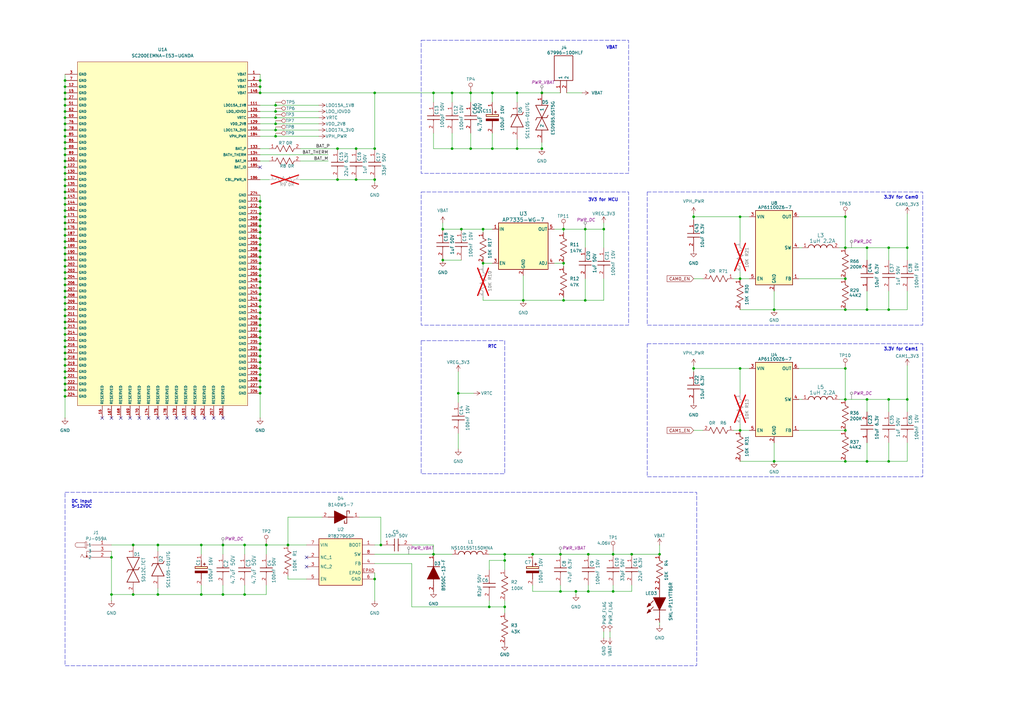
<source format=kicad_sch>
(kicad_sch (version 20250114) (generator "eeschema") (generator_version "9.0")
  (paper "A3")
  (title_block (title "Power") (date "2025-10-07") (rev "v1.0") (company "Author: Mehmet Cihangir") (comment 1 "CamTracker"))
  (lib_symbols
    (symbol "000MCLib:67996-100HLF"
      (property "Reference" "J" (at -5.334 5.588 0))
      (property "Value" "67996-100HLF" (at -5.334 -4.572 0))
      (symbol "67996-100HLF_1_1"
        (pin passive line (at -10.16 1.27 0) (length 5.08) (name "1") (number "1"))
        (pin passive line (at -10.16 -1.27 0) (length 5.08) (name "2") (number "2"))
      )
    )
    (symbol "000MCLib:74404024010" (pin_names (offset 0.254) (hide yes))
      (property "Reference" "L2" (at 0 5.08 0))
      (property "Value" "74404024010" (at 0.762 2.794 0))
      (symbol "74404024010_1_1"
        (pin passive line (at -7.62 0 0) (length 2.54) (name "1") (number "1"))
        (pin passive line (at 7.62 0 180) (length 2.54) (name "2") (number "2"))
      )
      (symbol "74404024010_1_2"
        (pin unspecified line (at 0 15.24 270) (length 2.54) (name "1") (number "1"))
        (pin unspecified line (at 0 0 90) (length 2.54) (name "2") (number "2"))
      )
    )
    (symbol "000MCLib:AP61100Z6-7"
      (property "Reference" "U" (at -7.874 17.272 0))
      (property "Value" "AP61100Z6-7" (at 1.27 -16.002 0))
      (symbol "AP61100Z6-7_1_1"
        (pin power_in line (at -10.16 12.7 0) (length 2.54) (name "VIN") (number "3"))
        (pin input line (at -10.16 -12.7 0) (length 2.54) (name "EN") (number "5"))
        (pin power_in line (at 0 -17.78 90) (length 2.54) (name "GND") (number "2"))
        (pin power_out line (at 10.16 12.7 180) (length 2.54) (name "OUT") (number "6"))
        (pin power_out line (at 10.16 0 180) (length 2.54) (name "SW") (number "4"))
        (pin input line (at 10.16 -12.7 180) (length 2.54) (name "FB") (number "1"))
      )
    )
    (symbol "000MCLib:AP7335-WG-7" (pin_names (offset 0.254))
      (property "Reference" "U" (at -9.398 10.16 0))
      (property "Value" "AP7335-WG-7" (at 9.398 -11.43 0))
      (symbol "AP7335-WG-7_1_1"
        (pin power_in line (at -12.7 6.35 0) (length 2.54) (name "IN") (number "1"))
        (pin input line (at -12.7 -7.62 0) (length 2.54) (name "EN") (number "3"))
        (pin power_in line (at 0 -12.7 90) (length 2.54) (name "GND") (number "2"))
        (pin power_out line (at 12.7 6.35 180) (length 2.54) (name "OUT") (number "5"))
        (pin bidirectional line (at 12.7 -7.62 180) (length 2.54) (name "ADJ") (number "4"))
      )
    )
    (symbol "000MCLib:B140WS-7" (pin_names (hide yes))
      (property "Reference" "D" (at -0.762 4.826 0))
      (property "Value" "B140WS-7" (at -5.588 -3.556 0))
      (symbol "B140WS-7_1_1"
        (pin passive line (at -7.62 0 0) (length 2.54) (name "K") (number "1"))
        (pin passive line (at 7.62 0 180) (length 2.54) (name "A") (number "2"))
      )
    )
    (symbol "000MCLib:B550C-13-F" (pin_names (hide yes))
      (property "Reference" "D" (at -0.762 4.826 0))
      (property "Value" "B550C-13-F" (at -6.096 -3.81 0))
      (symbol "B550C-13-F_1_1"
        (pin passive line (at -7.62 0 0) (length 2.54) (name "K") (number "1"))
        (pin passive line (at 7.62 0 180) (length 2.54) (name "A") (number "2"))
      )
    )
    (symbol "000MCLib:ESD9B5.0ST5G" (pin_names (offset 1.016))
      (property "Reference" "D" (at -0.762 3.556 0))
      (property "Value" "ESD9B5.0ST5G" (at -6.35 -5.08 0))
      (symbol "ESD9B5.0ST5G_1_1"
        (pin passive line (at -10.16 0 0) (length 5.08) (name "1") (number "1"))
        (pin passive line (at 10.16 0 180) (length 5.08) (name "2") (number "2"))
      )
    )
    (symbol "000MCLib:GRM1555C1H101JA01J" (pin_names (hide yes))
      (property "Reference" "C" (at -0.508 4.826 0))
      (property "Value" "100pF 50V" (at -4.318 -3.048 0))
      (symbol "GRM1555C1H101JA01J_1_1"
        (pin passive line (at -6.35 0 0) (length 5.08) (name "1") (number "1"))
        (pin passive line (at 6.35 0 180) (length 5.08) (name "2") (number "2"))
      )
    )
    (symbol "000MCLib:GRM1555C1H330JA01D" (pin_names (hide yes))
      (property "Reference" "C" (at -0.508 4.826 0))
      (property "Value" "33pF 50V" (at -4.318 -3.048 0))
      (symbol "GRM1555C1H330JA01D_1_1"
        (pin passive line (at -6.35 0 0) (length 5.08) (name "1") (number "1"))
        (pin passive line (at 6.35 0 180) (length 5.08) (name "2") (number "2"))
      )
    )
    (symbol "000MCLib:GRM1555C1H820JA01D" (pin_names (hide yes))
      (property "Reference" "C" (at -0.508 4.826 0))
      (property "Value" "82pF 50V" (at -4.318 -3.048 0))
      (symbol "GRM1555C1H820JA01D_1_1"
        (pin passive line (at -6.35 0 0) (length 5.08) (name "1") (number "1"))
        (pin passive line (at 6.35 0 180) (length 5.08) (name "2") (number "2"))
      )
    )
    (symbol "000MCLib:GRM155R60J106ME15D" (pin_names (hide yes))
      (property "Reference" "C" (at -0.762 5.08 0))
      (property "Value" "10uF 6.3V" (at -4.826 -3.048 0))
      (symbol "GRM155R60J106ME15D_1_1"
        (pin passive line (at -6.35 0 0) (length 5.08) (name "1") (number "1"))
        (pin passive line (at 6.35 0 180) (length 5.08) (name "2") (number "2"))
      )
    )
    (symbol "000MCLib:GRM155R61H105KE05D" (pin_names (hide yes))
      (property "Reference" "C" (at -0.762 4.572 0))
      (property "Value" "1uF 50V" (at -4.064 -2.794 0))
      (symbol "GRM155R61H105KE05D_1_1"
        (pin passive line (at -6.35 0 0) (length 5.08) (name "1") (number "1"))
        (pin passive line (at 6.35 0 180) (length 5.08) (name "2") (number "2"))
      )
    )
    (symbol "000MCLib:GRM155R71A104KA01D" (pin_names (hide yes))
      (property "Reference" "C" (at -1.016 4.318 0))
      (property "Value" "100nF 10V" (at -4.826 -3.048 0))
      (symbol "GRM155R71A104KA01D_1_1"
        (pin passive line (at -6.35 0 0) (length 5.08) (name "1") (number "1"))
        (pin passive line (at 6.35 0 180) (length 5.08) (name "2") (number "2"))
      )
    )
    (symbol "000MCLib:GRM155R71H103KA88D" (pin_names (hide yes))
      (property "Reference" "C" (at -1.016 4.318 0))
      (property "Value" "10nF 50V" (at -4.826 -3.048 0))
      (symbol "GRM155R71H103KA88D_1_1"
        (pin passive line (at -6.35 0 0) (length 5.08) (name "1") (number "1"))
        (pin passive line (at 6.35 0 180) (length 5.08) (name "2") (number "2"))
      )
    )
    (symbol "000MCLib:GRM158R60J226ME01D" (pin_names (hide yes))
      (property "Reference" "C" (at -0.762 4.572 0))
      (property "Value" "22uF 6.3V" (at -4.064 -2.794 0))
      (symbol "GRM158R60J226ME01D_1_1"
        (pin passive line (at -6.35 0 0) (length 5.08) (name "1") (number "1"))
        (pin passive line (at 6.35 0 180) (length 5.08) (name "2") (number "2"))
      )
    )
    (symbol "000MCLib:GRM31CR60J476ME19L" (pin_names (hide yes))
      (property "Reference" "C" (at -0.762 4.572 0))
      (property "Value" "47uF 6.3V" (at -4.064 -3.302 0))
      (symbol "GRM31CR60J476ME19L_1_1"
        (pin passive line (at -6.35 0 0) (length 5.08) (name "1") (number "1"))
        (pin passive line (at 6.35 0 180) (length 5.08) (name "2") (number "2"))
      )
    )
    (symbol "000MCLib:NS10155T150MNA" (pin_names (hide yes))
      (property "Reference" "L" (at -0.508 3.556 0))
      (property "Value" "NS10155T150MNA" (at -7.874 -1.27 0))
      (symbol "NS10155T150MNA_1_1"
        (pin passive line (at -7.62 0 0) (length 2.54) (name "1") (number "1"))
        (pin passive line (at 7.62 0 180) (length 2.54) (name "2") (number "2"))
      )
    )
    (symbol "000MCLib:PJ-059A"
      (property "Reference" "J" (at -0.762 6.096 0))
      (property "Value" "PJ-059A" (at -3.81 -3.81 0))
      (symbol "PJ-059A_1_1"
        (pin passive line (at 6.35 2.54 180) (length 7.62) (name "1") (number "1"))
        (pin passive line (at 6.35 0 180) (length 7.62) (name "3") (number "3"))
        (pin passive line (at 6.35 -2.54 180) (length 7.62) (name "2") (number "2"))
      )
    )
    (symbol "000MCLib:RC0402FR-07147KL" (pin_names (offset 0.254))
      (property "Reference" "R" (at 0 3.302 0))
      (property "Value" "147K" (at 0 -3.81 0))
      (symbol "RC0402FR-07147KL_1_1"
        (pin passive line (at -6.35 0 0) (length 2.54) (name "") (number "2"))
        (pin passive line (at 6.35 0 180) (length 2.54) (name "") (number "1"))
      )
      (symbol "RC0402FR-07147KL_1_2"
        (pin unspecified line (at 0 12.7 270) (length 2.54) (name "") (number "1"))
        (pin unspecified line (at 0 0 90) (length 2.54) (name "") (number "2"))
      )
    )
    (symbol "000MCLib:RC0402FR-07200KL" (pin_names (offset 0.254))
      (property "Reference" "R" (at 0 3.302 0))
      (property "Value" "200K" (at 0 -3.81 0))
      (symbol "RC0402FR-07200KL_1_1"
        (pin passive line (at -6.35 0 0) (length 2.54) (name "") (number "2"))
        (pin passive line (at 6.35 0 180) (length 2.54) (name "") (number "1"))
      )
      (symbol "RC0402FR-07200KL_1_2"
        (pin unspecified line (at 0 12.7 270) (length 2.54) (name "") (number "1"))
        (pin unspecified line (at 0 0 90) (length 2.54) (name "") (number "2"))
      )
    )
    (symbol "000MCLib:RC0402FR-0744K2L" (pin_names (offset 0.254))
      (property "Reference" "R" (at 0 3.302 0))
      (property "Value" "44K2" (at 0 -3.81 0))
      (symbol "RC0402FR-0744K2L_1_1"
        (pin passive line (at -6.35 0 0) (length 2.54) (name "") (number "2"))
        (pin passive line (at 6.35 0 180) (length 2.54) (name "") (number "1"))
      )
      (symbol "RC0402FR-0744K2L_1_2"
        (pin unspecified line (at 0 12.7 270) (length 2.54) (name "") (number "1"))
        (pin unspecified line (at 0 0 90) (length 2.54) (name "") (number "2"))
      )
    )
    (symbol "000MCLib:RC0402JR-070RL" (pin_names (offset 0.254))
      (property "Reference" "R" (at 0 3.302 0))
      (property "Value" "0R" (at 0 -3.81 0))
      (symbol "RC0402JR-070RL_1_1"
        (pin passive line (at -6.35 0 0) (length 2.54) (name "") (number "2"))
        (pin passive line (at 6.35 0 180) (length 2.54) (name "") (number "1"))
      )
      (symbol "RC0402JR-070RL_1_2"
        (pin unspecified line (at 0 12.7 270) (length 2.54) (name "") (number "1"))
        (pin unspecified line (at 0 0 90) (length 2.54) (name "") (number "2"))
      )
    )
    (symbol "000MCLib:RC0402JR-07100KL" (pin_names (offset 0.254))
      (property "Reference" "R" (at 0 3.302 0))
      (property "Value" "100K" (at 0 -3.81 0))
      (symbol "RC0402JR-07100KL_1_1"
        (pin passive line (at -6.35 0 0) (length 2.54) (name "") (number "2"))
        (pin passive line (at 6.35 0 180) (length 2.54) (name "") (number "1"))
      )
      (symbol "RC0402JR-07100KL_1_2"
        (pin unspecified line (at 0 12.7 270) (length 2.54) (name "") (number "1"))
        (pin unspecified line (at 0 0 90) (length 2.54) (name "") (number "2"))
      )
    )
    (symbol "000MCLib:RC0402JR-0710KL" (pin_names (offset 0.254))
      (property "Reference" "R" (at 0 3.302 0))
      (property "Value" "10K" (at 0 -3.81 0))
      (symbol "RC0402JR-0710KL_1_1"
        (pin passive line (at -6.35 0 0) (length 2.54) (name "") (number "2"))
        (pin passive line (at 6.35 0 180) (length 2.54) (name "") (number "1"))
      )
      (symbol "RC0402JR-0710KL_1_2"
        (pin unspecified line (at 0 12.7 270) (length 2.54) (name "") (number "1"))
        (pin unspecified line (at 0 0 90) (length 2.54) (name "") (number "2"))
      )
    )
    (symbol "000MCLib:RC0402JR-0743KL" (pin_names (offset 0.254))
      (property "Reference" "R" (at 0 3.302 0))
      (property "Value" "43K" (at 0 -3.81 0))
      (symbol "RC0402JR-0743KL_1_1"
        (pin passive line (at -6.35 0 0) (length 2.54) (name "") (number "2"))
        (pin passive line (at 6.35 0 180) (length 2.54) (name "") (number "1"))
      )
      (symbol "RC0402JR-0743KL_1_2"
        (pin unspecified line (at 0 12.7 270) (length 2.54) (name "") (number "1"))
        (pin unspecified line (at 0 0 90) (length 2.54) (name "") (number "2"))
      )
    )
    (symbol "000MCLib:RC0402JR-0747KL" (pin_names (offset 0.254))
      (property "Reference" "R" (at 0 3.302 0))
      (property "Value" "47K" (at 0 -3.81 0))
      (symbol "RC0402JR-0747KL_1_1"
        (pin passive line (at -6.35 0 0) (length 2.54) (name "") (number "2"))
        (pin passive line (at 6.35 0 180) (length 2.54) (name "") (number "1"))
      )
      (symbol "RC0402JR-0747KL_1_2"
        (pin unspecified line (at 0 12.7 270) (length 2.54) (name "") (number "1"))
        (pin unspecified line (at 0 0 90) (length 2.54) (name "") (number "2"))
      )
    )
    (symbol "000MCLib:RT8279GSP"
      (property "Reference" "U" (at -9.144 9.398 0))
      (property "Value" "RT8279GSP" (at -1.524 -11.938 0))
      (symbol "RT8279GSP_1_1"
        (pin passive line (at -13.97 5.08 0) (length 5.08) (name "VIN") (number "7"))
        (pin passive line (at -13.97 0 0) (length 5.08) (name "NC_1") (number "2"))
        (pin passive line (at -13.97 -3.81 0) (length 5.08) (name "NC_2") (number "3"))
        (pin passive line (at -13.97 -8.89 0) (length 5.08) (name "EN") (number "5"))
        (pin passive line (at 13.97 5.08 180) (length 5.08) (name "BOOT") (number "1"))
        (pin passive line (at 13.97 1.27 180) (length 5.08) (name "SW") (number "8"))
        (pin passive line (at 13.97 -2.54 180) (length 5.08) (name "FB") (number "4"))
        (pin passive line (at 13.97 -6.35 180) (length 5.08) (name "EPAD") (number "EPAD"))
        (pin passive line (at 13.97 -8.89 180) (length 5.08) (name "GND") (number "6"))
      )
    )
    (symbol "000MCLib:SC1105-01UTG" (pin_names (hide yes))
      (property "Reference" "D" (at -0.762 3.048 0))
      (property "Value" "SC1105-01UTG" (at -7.112 -4.826 0))
      (symbol "SC1105-01UTG_1_1"
        (pin passive line (at -7.62 0 0) (length 5.08) (name "K") (number "1"))
        (pin passive line (at 7.62 0 180) (length 5.08) (name "A") (number "2"))
      )
    )
    (symbol "000MCLib:SC200E"
      (property "Reference" "U" (at -34.544 72.644 0))
      (property "Value" "SC200EEMNA-E53-UGNDA" (at 39.116 -77.089 0))
      (symbol "SC200E_1_0"
        (unit_name "Power")
        (pin passive line (at -40.64 64.77 0) (length 5.08) (name "GND") (number "3"))
        (pin passive line (at -40.64 62.23 0) (length 5.08) (name "GND") (number "7"))
        (pin passive line (at -40.64 59.69 0) (length 5.08) (name "GND") (number "12"))
        (pin passive line (at -40.64 57.15 0) (length 5.08) (name "GND") (number "15"))
        (pin passive line (at -40.64 54.61 0) (length 5.08) (name "GND") (number "27"))
        (pin passive line (at -40.64 52.07 0) (length 5.08) (name "GND") (number "51"))
        (pin passive line (at -40.64 49.53 0) (length 5.08) (name "GND") (number "62"))
        (pin passive line (at -40.64 46.99 0) (length 5.08) (name "GND") (number "69"))
        (pin passive line (at -40.64 44.45 0) (length 5.08) (name "GND") (number "76"))
        (pin passive line (at -40.64 41.91 0) (length 5.08) (name "GND") (number "78"))
        (pin passive line (at -40.64 39.37 0) (length 5.08) (name "GND") (number "85"))
        (pin passive line (at -40.64 36.83 0) (length 5.08) (name "GND") (number "86"))
        (pin passive line (at -40.64 34.29 0) (length 5.08) (name "GND") (number "88"))
        (pin passive line (at -40.64 31.75 0) (length 5.08) (name "GND") (number "89"))
        (pin passive line (at -40.64 29.21 0) (length 5.08) (name "GND") (number "120"))
        (pin passive line (at -40.64 26.67 0) (length 5.08) (name "GND") (number "122"))
        (pin passive line (at -40.64 24.13 0) (length 5.08) (name "GND") (number "130"))
        (pin passive line (at -40.64 21.59 0) (length 5.08) (name "GND") (number "132"))
        (pin passive line (at -40.64 19.05 0) (length 5.08) (name "GND") (number "135"))
        (pin passive line (at -40.64 16.51 0) (length 5.08) (name "GND") (number "140"))
        (pin passive line (at -40.64 13.97 0) (length 5.08) (name "GND") (number "143"))
        (pin passive line (at -40.64 11.43 0) (length 5.08) (name "GND") (number "144"))
        (pin passive line (at -40.64 8.89 0) (length 5.08) (name "GND") (number "162"))
        (pin passive line (at -40.64 6.35 0) (length 5.08) (name "GND") (number "171"))
        (pin passive line (at -40.64 3.81 0) (length 5.08) (name "GND") (number "172"))
        (pin passive line (at -40.64 1.27 0) (length 5.08) (name "GND") (number "176"))
        (pin passive line (at -40.64 -1.27 0) (length 5.08) (name "GND") (number "187"))
        (pin passive line (at -40.64 -3.81 0) (length 5.08) (name "GND") (number "188"))
        (pin passive line (at -40.64 -6.35 0) (length 5.08) (name "GND") (number "189"))
        (pin passive line (at -40.64 -8.89 0) (length 5.08) (name "GND") (number "190"))
        (pin passive line (at -40.64 -11.43 0) (length 5.08) (name "GND") (number "191"))
        (pin passive line (at -40.64 -13.97 0) (length 5.08) (name "GND") (number "202"))
        (pin passive line (at -40.64 -16.51 0) (length 5.08) (name "GND") (number "203"))
        (pin passive line (at -40.64 -19.05 0) (length 5.08) (name "GND") (number "204"))
        (pin passive line (at -40.64 -21.59 0) (length 5.08) (name "GND") (number "206"))
        (pin passive line (at -40.64 -24.13 0) (length 5.08) (name "GND") (number "207"))
        (pin passive line (at -40.64 -26.67 0) (length 5.08) (name "GND") (number "208"))
        (pin passive line (at -40.64 -29.21 0) (length 5.08) (name "GND") (number "209"))
        (pin passive line (at -40.64 -31.75 0) (length 5.08) (name "GND") (number "210"))
        (pin passive line (at -40.64 -34.29 0) (length 5.08) (name "GND") (number "211"))
        (pin passive line (at -40.64 -36.83 0) (length 5.08) (name "GND") (number "212"))
        (pin passive line (at -40.64 -39.37 0) (length 5.08) (name "GND") (number "213"))
        (pin passive line (at -40.64 -41.91 0) (length 5.08) (name "GND") (number "214"))
        (pin passive line (at -40.64 -44.45 0) (length 5.08) (name "GND") (number "215"))
        (pin passive line (at -40.64 -46.99 0) (length 5.08) (name "GND") (number "216"))
        (pin passive line (at -40.64 -49.53 0) (length 5.08) (name "GND") (number "217"))
        (pin passive line (at -40.64 -52.07 0) (length 5.08) (name "GND") (number "218"))
        (pin passive line (at -40.64 -54.61 0) (length 5.08) (name "GND") (number "219"))
        (pin passive line (at -40.64 -57.15 0) (length 5.08) (name "GND") (number "220"))
        (pin passive line (at -40.64 -59.69 0) (length 5.08) (name "GND") (number "221"))
        (pin passive line (at -40.64 -62.23 0) (length 5.08) (name "GND") (number "222"))
        (pin passive line (at -40.64 -64.77 0) (length 5.08) (name "GND") (number "223"))
        (pin passive line (at -40.64 -67.31 0) (length 5.08) (name "GND") (number "224"))
        (pin passive line (at -25.4 -76.2 90) (length 5.08) (name "RESERVED") (number "16"))
        (pin passive line (at -21.59 -76.2 90) (length 5.08) (name "RESERVED") (number "167"))
        (pin passive line (at -17.78 -76.2 90) (length 5.08) (name "RESERVED") (number "168"))
        (pin passive line (at -13.97 -76.2 90) (length 5.08) (name "RESERVED") (number "169"))
        (pin passive line (at -10.16 -76.2 90) (length 5.08) (name "RESERVED") (number "170"))
        (pin passive line (at -6.35 -76.2 90) (length 5.08) (name "RESERVED") (number "174"))
        (pin passive line (at -2.54 -76.2 90) (length 5.08) (name "RESERVED") (number "175"))
        (pin passive line (at 1.27 -76.2 90) (length 5.08) (name "RESERVED") (number "178"))
        (pin passive line (at 5.08 -76.2 90) (length 5.08) (name "RESERVED") (number "179"))
        (pin passive line (at 8.89 -76.2 90) (length 5.08) (name "RESERVED") (number "193"))
        (pin passive line (at 12.7 -76.2 90) (length 5.08) (name "RESERVED") (number "232"))
        (pin passive line (at 16.51 -76.2 90) (length 5.08) (name "RESERVED") (number "242"))
        (pin passive line (at 20.32 -76.2 90) (length 5.08) (name "RESERVED") (number "257"))
        (pin passive line (at 24.13 -76.2 90) (length 5.08) (name "RESERVED") (number "263"))
        (pin power_in line (at 39.37 64.77 180) (length 5.08) (name "VBAT") (number "1"))
        (pin power_in line (at 39.37 62.23 180) (length 5.08) (name "VBAT") (number "2"))
        (pin power_in line (at 39.37 59.69 180) (length 5.08) (name "VBAT") (number "145"))
        (pin power_in line (at 39.37 57.15 180) (length 5.08) (name "VBAT") (number "146"))
        (pin power_out line (at 39.37 52.07 180) (length 5.08) (name "LDO15A_1V8") (number "111"))
        (pin power_out line (at 39.37 49.53 180) (length 5.08) (name "LDO_IOVDD") (number "125"))
        (pin passive line (at 39.37 46.99 180) (length 5.08) (name "VRTC") (number "126"))
        (pin power_out line (at 39.37 44.45 180) (length 5.08) (name "VDD_2V8") (number "129"))
        (pin power_out line (at 39.37 41.91 180) (length 5.08) (name "LDO17A_3V0") (number "156"))
        (pin power_out line (at 39.37 39.37 180) (length 5.08) (name "VPH_PWR") (number "184"))
        (pin power_out line (at 39.37 34.29 180) (length 5.08) (name "BAT_P") (number "133"))
        (pin input line (at 39.37 31.75 180) (length 5.08) (name "BATH_THERM") (number "134"))
        (pin power_out line (at 39.37 29.21 180) (length 5.08) (name "BAT_M") (number "183"))
        (pin input line (at 39.37 26.67 180) (length 5.08) (name "BAT_ID") (number "185"))
        (pin passive line (at 39.37 21.59 180) (length 5.08) (name "CBL_PWR_N") (number "186"))
        (pin passive line (at 39.37 15.24 180) (length 5.08) (name "GND") (number "274"))
        (pin passive line (at 39.37 12.7 180) (length 5.08) (name "GND") (number "273"))
        (pin passive line (at 39.37 10.16 180) (length 5.08) (name "GND") (number "272"))
        (pin passive line (at 39.37 7.62 180) (length 5.08) (name "GND") (number "271"))
        (pin passive line (at 39.37 5.08 180) (length 5.08) (name "GND") (number "269"))
        (pin passive line (at 39.37 2.54 180) (length 5.08) (name "GND") (number "268"))
        (pin passive line (at 39.37 0 180) (length 5.08) (name "GND") (number "266"))
        (pin passive line (at 39.37 -2.54 180) (length 5.08) (name "GND") (number "261"))
        (pin passive line (at 39.37 -5.08 180) (length 5.08) (name "GND") (number "259"))
        (pin passive line (at 39.37 -7.62 180) (length 5.08) (name "GND") (number "258"))
        (pin passive line (at 39.37 -10.16 180) (length 5.08) (name "GND") (number "256"))
        (pin passive line (at 39.37 -12.7 180) (length 5.08) (name "GND") (number "255"))
        (pin passive line (at 39.37 -15.24 180) (length 5.08) (name "GND") (number "251"))
        (pin passive line (at 39.37 -17.78 180) (length 5.08) (name "GND") (number "250"))
        (pin passive line (at 39.37 -20.32 180) (length 5.08) (name "GND") (number "248"))
        (pin passive line (at 39.37 -22.86 180) (length 5.08) (name "GND") (number "247"))
        (pin passive line (at 39.37 -25.4 180) (length 5.08) (name "GND") (number "245"))
        (pin passive line (at 39.37 -27.94 180) (length 5.08) (name "GND") (number "244"))
        (pin passive line (at 39.37 -30.48 180) (length 5.08) (name "GND") (number "243"))
        (pin passive line (at 39.37 -33.02 180) (length 5.08) (name "GND") (number "241"))
        (pin passive line (at 39.37 -35.56 180) (length 5.08) (name "GND") (number "240"))
        (pin passive line (at 39.37 -38.1 180) (length 5.08) (name "GND") (number "238"))
        (pin passive line (at 39.37 -40.64 180) (length 5.08) (name "GND") (number "237"))
        (pin passive line (at 39.37 -43.18 180) (length 5.08) (name "GND") (number "236"))
        (pin passive line (at 39.37 -45.72 180) (length 5.08) (name "GND") (number "235"))
        (pin passive line (at 39.37 -48.26 180) (length 5.08) (name "GND") (number "234"))
        (pin passive line (at 39.37 -50.8 180) (length 5.08) (name "GND") (number "233"))
        (pin passive line (at 39.37 -53.34 180) (length 5.08) (name "GND") (number "231"))
        (pin passive line (at 39.37 -55.88 180) (length 5.08) (name "GND") (number "230"))
        (pin passive line (at 39.37 -58.42 180) (length 5.08) (name "GND") (number "229"))
        (pin passive line (at 39.37 -60.96 180) (length 5.08) (name "GND") (number "228"))
        (pin passive line (at 39.37 -63.5 180) (length 5.08) (name "GND") (number "227"))
        (pin passive line (at 39.37 -66.04 180) (length 5.08) (name "GND") (number "226"))
      )
      (symbol "SC200E_1_1"
        (unit_name "Power")
      )
      (symbol "SC200E_2_1"
        (unit_name "Display")
        (pin passive line (at 12.7 31.75 180) (length 5.08) (name "LCD_RST") (number "49"))
        (pin passive line (at 12.7 27.94 180) (length 5.08) (name "LCD_TE") (number "50"))
        (pin passive line (at 12.7 24.13 180) (length 5.08) (name "DSI_CLK_N") (number "52"))
        (pin passive line (at 12.7 20.32 180) (length 5.08) (name "DSI_CLK_P") (number "53"))
        (pin passive line (at 12.7 16.51 180) (length 5.08) (name "DSI_LN0_N") (number "54"))
        (pin passive line (at 12.7 12.7 180) (length 5.08) (name "DSI_LN0_P") (number "55"))
        (pin passive line (at 12.7 8.89 180) (length 5.08) (name "DSI_LN1_N") (number "56"))
        (pin passive line (at 12.7 5.08 180) (length 5.08) (name "DSI_LN1_P") (number "57"))
        (pin passive line (at 12.7 1.27 180) (length 5.08) (name "DSI_LN2_N") (number "58"))
        (pin passive line (at 12.7 -2.54 180) (length 5.08) (name "DSI_LN2_P") (number "59"))
        (pin passive line (at 12.7 -6.35 180) (length 5.08) (name "DSI_LN3_N") (number "60"))
        (pin passive line (at 12.7 -10.16 180) (length 5.08) (name "DSI_LN3_P") (number "61"))
        (pin passive line (at 12.7 -13.97 180) (length 5.08) (name "TP_RST") (number "31"))
        (pin passive line (at 12.7 -17.78 180) (length 5.08) (name "TP_INT") (number "30"))
        (pin passive line (at 12.7 -21.59 180) (length 5.08) (name "TP_I2C_SCL") (number "47"))
        (pin passive line (at 12.7 -25.4 180) (length 5.08) (name "TP_I2C_SDA") (number "48"))
        (pin passive line (at 12.7 -29.21 180) (length 5.08) (name "DSI_PWM") (number "29"))
      )
      (symbol "SC200E_3_0"
        (unit_name "Cameras")
        (pin passive line (at 16.51 69.85 180) (length 5.08) (name "CSI0_CLK_N") (number "157"))
        (pin passive line (at 16.51 66.04 180) (length 5.08) (name "CSI0_CLK_P") (number "196"))
        (pin passive line (at 16.51 59.69 180) (length 5.08) (name "CSI0_LN0_N") (number "158"))
        (pin passive line (at 16.51 55.88 180) (length 5.08) (name "CSI0_LN0_P") (number "197"))
        (pin passive line (at 16.51 49.53 180) (length 5.08) (name "CSI0_LN1_N") (number "159"))
        (pin passive line (at 16.51 45.72 180) (length 5.08) (name "CSI0_LN1_P") (number "198"))
        (pin passive line (at 16.51 39.37 180) (length 5.08) (name "CSI0_LN2_N") (number "160"))
        (pin passive line (at 16.51 35.56 180) (length 5.08) (name "CSI0_LN2_P") (number "199"))
        (pin passive line (at 16.51 29.21 180) (length 5.08) (name "CSI0_LN3_N") (number "161"))
        (pin passive line (at 16.51 25.4 180) (length 5.08) (name "CSI0_LN3_P") (number "200"))
        (pin passive line (at 16.51 19.05 180) (length 5.08) (name "CAM0_I2C_SCL") (number "83"))
        (pin passive line (at 16.51 15.24 180) (length 5.08) (name "CAM0_I2C_SDA") (number "84"))
        (pin passive line (at 16.51 11.43 180) (length 5.08) (name "CAM0_PWDN") (number "80"))
        (pin passive line (at 16.51 7.62 180) (length 5.08) (name "CAM0_MCLK") (number "74"))
        (pin passive line (at 16.51 3.81 180) (length 5.08) (name "CAM0_RST") (number "79"))
        (pin passive line (at 16.51 -5.08 180) (length 5.08) (name "CSI1_CLK_N") (number "63"))
        (pin passive line (at 16.51 -8.89 180) (length 5.08) (name "CSI1_CLK_P") (number "64"))
        (pin passive line (at 16.51 -15.24 180) (length 5.08) (name "CSI1_LN0_N") (number "65"))
        (pin passive line (at 16.51 -19.05 180) (length 5.08) (name "CSI1_LN0_P") (number "66"))
        (pin passive line (at 16.51 -25.4 180) (length 5.08) (name "CSI1_LN1_N") (number "67"))
        (pin passive line (at 16.51 -29.21 180) (length 5.08) (name "CSI1_LN1_P") (number "68"))
        (pin passive line (at 16.51 -35.56 180) (length 5.08) (name "CSI1_LN2_N") (number "72"))
        (pin passive line (at 16.51 -39.37 180) (length 5.08) (name "CSI1_LN2_P") (number "73"))
        (pin passive line (at 16.51 -45.72 180) (length 5.08) (name "CSI1_LN3_N") (number "70"))
        (pin passive line (at 16.51 -49.53 180) (length 5.08) (name "CSI1_LN3_P") (number "71"))
        (pin passive line (at 16.51 -55.88 180) (length 5.08) (name "CAM1_I2C_SCL") (number "166"))
        (pin passive line (at 16.51 -59.69 180) (length 5.08) (name "CAM1_I2C_SDA") (number "205"))
        (pin passive line (at 16.51 -63.5 180) (length 5.08) (name "CAM1_PWDN") (number "82"))
        (pin passive line (at 16.51 -67.31 180) (length 5.08) (name "CAM1_MCLK") (number "75"))
        (pin passive line (at 16.51 -71.12 180) (length 5.08) (name "CAM1_RST") (number "81"))
        (pin passive line (at 16.51 -80.01 180) (length 5.08) (name "CAM2_PWDN") (number "163"))
        (pin passive line (at 16.51 -83.82 180) (length 5.08) (name "CAM2_RST") (number "164"))
        (pin passive line (at 16.51 -87.63 180) (length 5.08) (name "CAM2_MCLK") (number "165"))
      )
      (symbol "SC200E_3_1"
        (unit_name "Cameras")
      )
      (symbol "SC200E_4_0"
        (unit_name "Interfaces")
        (pin passive line (at 15.24 86.36 180) (length 5.08) (name "FLASH_LED") (number "180"))
        (pin passive line (at 15.24 82.55 180) (length 5.08) (name "CHG_LED") (number "195"))
        (pin passive line (at 15.24 77.47 180) (length 5.08) (name "VOL_UP") (number "95"))
        (pin passive line (at 15.24 73.66 180) (length 5.08) (name "VOL_DOWN") (number "96"))
        (pin passive line (at 15.24 69.85 180) (length 5.08) (name "PWRKEY") (number "114"))
        (pin passive line (at 15.24 66.04 180) (length 5.08) (name "RESET_N") (number "225"))
      )
      (symbol "SC200E_4_1"
        (unit_name "Interfaces")
        (text "ADC" (at -20.574 53.086 0) (effects (font (size 1.27 1.27))))
        (text "Sensor " (at -18.796 62.23 0) (effects (font (size 1.27 1.27))))
        (text "Keypad " (at -18.542 78.486 0) (effects (font (size 1.27 1.27))))
        (text "GPIO/SPI/I2C" (at -15.748 42.418 0) (effects (font (size 1.27 1.27))))
        (text "Vibration Driver" (at -14.986 48.006 0) (effects (font (size 1.27 1.27))))
        (text "Flash & Indication " (at -13.208 88.9 0) (effects (font (size 1.27 1.27))))
        (pin passive line (at 15.24 60.96 180) (length 5.08) (name "SENSOR_I2C_SCL") (number "91"))
        (pin passive line (at 15.24 57.15 180) (length 5.08) (name "SENSOR_I2C_SDA") (number "92"))
        (pin passive line (at 15.24 52.07 180) (length 5.08) (name "ADC") (number "128"))
        (pin passive line (at 15.24 46.99 180) (length 5.08) (name "VIB_DRV_P") (number "28"))
        (pin passive line (at 15.24 41.91 180) (length 5.08) (name "GPIO_28") (number "33"))
        (pin passive line (at 15.24 38.1 180) (length 5.08) (name "GPIO_31") (number "97"))
        (pin passive line (at 15.24 34.29 180) (length 5.08) (name "GPIO_32") (number "99"))
        (pin passive line (at 15.24 30.48 180) (length 5.08) (name "GPIO_33") (number "108"))
        (pin passive line (at 15.24 26.67 180) (length 5.08) (name "GPIO_34") (number "109"))
        (pin passive line (at 15.24 22.86 180) (length 5.08) (name "GPIO_35") (number "107"))
        (pin passive line (at 15.24 19.05 180) (length 5.08) (name "GPIO_36") (number "110"))
        (pin passive line (at 15.24 15.24 180) (length 5.08) (name "GPIO_55") (number "100"))
        (pin passive line (at 15.24 11.43 180) (length 5.08) (name "GPIO_56") (number "106"))
        (pin passive line (at 15.24 7.62 180) (length 5.08) (name "GPIO_57") (number "112"))
        (pin passive line (at 15.24 3.81 180) (length 5.08) (name "GPIO_58") (number "113"))
        (pin passive line (at 15.24 0 180) (length 5.08) (name "GPIO_60") (number "123"))
        (pin passive line (at 15.24 -3.81 180) (length 5.08) (name "GPIO_86") (number "182"))
        (pin passive line (at 15.24 -7.62 180) (length 5.08) (name "GPIO_112") (number "177"))
        (pin passive line (at 15.24 -11.43 180) (length 5.08) (name "GPIO_111") (number "267"))
        (pin passive line (at 15.24 -15.24 180) (length 5.08) (name "GPIO_98") (number "265"))
        (pin passive line (at 15.24 -19.05 180) (length 5.08) (name "GPIO_99") (number "105"))
        (pin passive line (at 15.24 -22.86 180) (length 5.08) (name "REAR_CAM_EN/GPIO_100") (number "264"))
        (pin passive line (at 15.24 -26.67 180) (length 5.08) (name "FRONT_CAM_EN/GPIO_101") (number "239"))
        (pin passive line (at 15.24 -30.48 180) (length 5.08) (name "GPIO_102") (number "104"))
        (pin passive line (at 15.24 -34.29 180) (length 5.08) (name "GPIO_103") (number "103"))
        (pin passive line (at 15.24 -38.1 180) (length 5.08) (name "GPIO_104") (number "101"))
        (pin passive line (at 15.24 -41.91 180) (length 5.08) (name "GPIO_105") (number "102"))
        (pin passive line (at 15.24 -45.72 180) (length 5.08) (name "GPIO_106") (number "90"))
        (pin passive line (at 15.24 -49.53 180) (length 5.08) (name "GPIO_107") (number "98"))
        (pin passive line (at 15.24 -53.34 180) (length 5.08) (name "SPI_MISO/GPIO_14") (number "118"))
        (pin passive line (at 15.24 -57.15 180) (length 5.08) (name "SPI_MOSI/GPIO_15") (number "119"))
        (pin passive line (at 15.24 -60.96 180) (length 5.08) (name "SPI_CLK/GPIO_16") (number "116"))
        (pin passive line (at 15.24 -64.77 180) (length 5.08) (name "SPI_CS_N/GPIO_17") (number "117"))
        (pin passive line (at 15.24 -68.58 180) (length 5.08) (name "PMU_GPIO03") (number "124"))
        (pin passive line (at 15.24 -72.39 180) (length 5.08) (name "PMU_GPIO04") (number "115"))
        (pin passive line (at 15.24 -76.2 180) (length 5.08) (name "PMU_GPIO08") (number "127"))
        (pin passive line (at 15.24 -80.01 180) (length 5.08) (name "PMU_GPIO07") (number "201"))
        (pin passive line (at 15.24 -83.82 180) (length 5.08) (name "NFC_CLK") (number "181"))
      )
      (symbol "SC200E_5_1"
        (unit_name "USB_UARTs")
        (pin passive line (at 15.24 48.26 180) (length 5.08) (name "USB_BOOT") (number "46"))
        (pin passive line (at 15.24 44.45 180) (length 5.08) (name "USB_VBUS") (number "141"))
        (pin passive line (at 15.24 40.64 180) (length 5.08) (name "USB_VBUS") (number "142"))
        (pin passive line (at 15.24 36.83 180) (length 5.08) (name "USB_CC1") (number "249"))
        (pin passive line (at 15.24 33.02 180) (length 5.08) (name "USB_CC2") (number "246"))
        (pin passive line (at 15.24 29.21 180) (length 5.08) (name "USB_DM") (number "13"))
        (pin passive line (at 15.24 25.4 180) (length 5.08) (name "USB_DP") (number "14"))
        (pin passive line (at 15.24 21.59 180) (length 5.08) (name "USB_SS1_RX_P") (number "252"))
        (pin passive line (at 15.24 17.78 180) (length 5.08) (name "USB_SS1_RX_M") (number "270"))
        (pin passive line (at 15.24 13.97 180) (length 5.08) (name "USB_SS1_TX_P") (number "254"))
        (pin passive line (at 15.24 10.16 180) (length 5.08) (name "USB_SS1_TX_M") (number "253"))
        (pin passive line (at 15.24 6.35 180) (length 5.08) (name "USB_SS2_RX_P") (number "152"))
        (pin passive line (at 15.24 2.54 180) (length 5.08) (name "USB_SS2_RX_M") (number "192"))
        (pin passive line (at 15.24 -1.27 180) (length 5.08) (name "USB_SS2_TX_P") (number "150"))
        (pin passive line (at 15.24 -5.08 180) (length 5.08) (name "USB_SS2_TX_M") (number "151"))
        (pin passive line (at 15.24 -12.7 180) (length 5.08) (name "UART0_TXD") (number "34"))
        (pin passive line (at 15.24 -15.24 180) (length 5.08) (name "UART0_RXD") (number "35"))
        (pin passive line (at 15.24 -17.78 180) (length 5.08) (name "UART0_CTS") (number "36"))
        (pin passive line (at 15.24 -20.32 180) (length 5.08) (name "UART0_RTS") (number "37"))
        (pin passive line (at 15.24 -33.02 180) (length 5.08) (name "UART1_TXD") (number "154"))
        (pin passive line (at 15.24 -35.56 180) (length 5.08) (name "UART1_RXD") (number "153"))
        (pin passive line (at 15.24 -44.45 180) (length 5.08) (name "DBG_UART4_TXD") (number "94"))
        (pin passive line (at 15.24 -46.99 180) (length 5.08) (name "DBG_UART4_RXD") (number "93"))
      )
      (symbol "SC200E_6_1"
        (unit_name "SIM_SD_Cards")
        (pin passive line (at 15.24 39.37 180) (length 5.08) (name "USIM1_DET") (number "22"))
        (pin passive line (at 15.24 34.29 180) (length 5.08) (name "USIM1_RST") (number "23"))
        (pin passive line (at 15.24 29.21 180) (length 5.08) (name "USIM1_CLK") (number "24"))
        (pin passive line (at 15.24 24.13 180) (length 5.08) (name "USIM1_DATA") (number "25"))
        (pin passive line (at 15.24 19.05 180) (length 5.08) (name "USIM1_VDD") (number "26"))
        (pin passive line (at 15.24 11.43 180) (length 5.08) (name "USIM2_DET") (number "17"))
        (pin passive line (at 15.24 6.35 180) (length 5.08) (name "USIM2_RST") (number "18"))
        (pin passive line (at 15.24 1.27 180) (length 5.08) (name "USIM2_CLK") (number "19"))
        (pin passive line (at 15.24 -3.81 180) (length 5.08) (name "USIM2_DATA") (number "20"))
        (pin passive line (at 15.24 -8.89 180) (length 5.08) (name "USIM2_VDD") (number "21"))
        (pin passive line (at 15.24 -21.59 180) (length 5.08) (name "SD_LDO21") (number "38"))
        (pin passive line (at 15.24 -25.4 180) (length 5.08) (name "SD_LDO4") (number "32"))
        (pin passive line (at 15.24 -29.21 180) (length 5.08) (name "SD_CLK") (number "39"))
        (pin passive line (at 15.24 -33.02 180) (length 5.08) (name "SD_CMD") (number "40"))
        (pin passive line (at 15.24 -36.83 180) (length 5.08) (name "SD_DATA0") (number "41"))
        (pin passive line (at 15.24 -40.64 180) (length 5.08) (name "SD_DATA1") (number "42"))
        (pin passive line (at 15.24 -44.45 180) (length 5.08) (name "SD_DATA2") (number "43"))
        (pin passive line (at 15.24 -48.26 180) (length 5.08) (name "SD_DATA3") (number "44"))
        (pin passive line (at 15.24 -52.07 180) (length 5.08) (name "SD_DET") (number "45"))
      )
      (symbol "SC200E_7_1"
        (unit_name "Antennas")
        (pin passive line (at 13.97 13.97 180) (length 5.08) (name "ANT_MAIN") (number "87"))
        (pin passive line (at 13.97 10.16 180) (length 5.08) (name "ANT_GNSS") (number "121"))
        (pin passive line (at 13.97 6.35 180) (length 5.08) (name "ANT_DRX") (number "131"))
        (pin passive line (at 13.97 2.54 180) (length 5.08) (name "ANT_WIFI/BT") (number "77"))
        (pin passive line (at 13.97 -1.27 180) (length 5.08) (name "GRFC_13") (number "173"))
        (pin passive line (at 13.97 -5.08 180) (length 5.08) (name "GRFC_14") (number "260"))
        (pin passive line (at 13.97 -8.89 180) (length 5.08) (name "GRFC_15") (number "262"))
        (pin passive line (at 13.97 -12.7 180) (length 5.08) (name "GNSS_LNA_EN") (number "194"))
      )
      (symbol "SC200E_8_1"
        (unit_name "Audio")
        (pin passive line (at 13.97 26.67 180) (length 5.08) (name "MIC_BIAS1") (number "147"))
        (pin passive line (at 13.97 22.86 180) (length 5.08) (name "MIC1_P") (number "4"))
        (pin passive line (at 13.97 19.05 180) (length 5.08) (name "MIC1_M") (number "5"))
        (pin passive line (at 13.97 15.24 180) (length 5.08) (name "MIC2_P") (number "6"))
        (pin passive line (at 13.97 11.43 180) (length 5.08) (name "MIC3_P") (number "148"))
        (pin passive line (at 13.97 7.62 180) (length 5.08) (name "MIC3_M") (number "149"))
        (pin passive line (at 13.97 3.81 180) (length 5.08) (name "MIC_BIAS3") (number "155"))
        (pin passive line (at 13.97 0 180) (length 5.08) (name "EAR_P") (number "8"))
        (pin passive line (at 13.97 -3.81 180) (length 5.08) (name "EAR_M") (number "9"))
        (pin passive line (at 13.97 -7.62 180) (length 5.08) (name "LINEOUT_P") (number "10"))
        (pin passive line (at 13.97 -11.43 180) (length 5.08) (name "LINEOUT_M") (number "11"))
        (pin passive line (at 13.97 -15.24 180) (length 5.08) (name "HPH_R") (number "136"))
        (pin passive line (at 13.97 -19.05 180) (length 5.08) (name "HPH_GND") (number "137"))
        (pin passive line (at 13.97 -22.86 180) (length 5.08) (name "HPH_L") (number "138"))
        (pin passive line (at 13.97 -26.67 180) (length 5.08) (name "HS_DET") (number "139"))
      )
    )
    (symbol "000MCLib:SD12C.TCT" (pin_names (hide yes))
      (property "Reference" "D" (at -0.762 4.064 0))
      (property "Value" "SD12C.TCT" (at -4.826 -5.334 0))
      (symbol "SD12C.TCT_1_1"
        (pin passive line (at -10.16 0 0) (length 5.08) (name "1") (number "1"))
        (pin passive line (at 10.16 0 180) (length 5.08) (name "2") (number "2"))
      )
    )
    (symbol "000MCLib:SML-P11YTT86R" (pin_names (hide yes))
      (property "Reference" "LED1" (at 4.064 5.588 90))
      (property "Value" "SML-P11YTT86R" (at 7.366 -3.81 0))
      (symbol "SML-P11YTT86R_1_1"
        (pin passive line (at -7.62 0 0) (length 2.54) (name "K") (number "1"))
        (pin passive line (at 7.62 0 180) (length 2.54) (name "A") (number "2"))
      )
    )
    (symbol "000MCLib:T495D107K010ATE080" (pin_names (hide yes))
      (property "Reference" "C" (at -0.762 4.826 0))
      (property "Value" "100uF 10V" (at -4.826 -3.048 0))
      (symbol "T495D107K010ATE080_1_1"
        (pin passive line (at -6.35 0 0) (length 2.54) (name "+") (number "1"))
        (pin passive line (at 6.35 0 180) (length 2.54) (name "-") (number "2"))
      )
    )
    (symbol "000MCLib:T495X107M016ATE1007280" (pin_names (hide yes))
      (property "Reference" "C" (at -0.762 5.08 0))
      (property "Value" "100uF 16V" (at -4.826 -3.556 0))
      (symbol "T495X107M016ATE1007280_1_1"
        (pin passive line (at -6.35 0 0) (length 2.54) (name "+") (number "1"))
        (pin passive line (at 6.35 0 180) (length 2.54) (name "-") (number "2"))
      )
    )
    (symbol "000MCLib:TestPoint" (pin_numbers (hide yes)) (pin_names (offset 0.762) (hide yes))
      (property "Reference" "TP" (at 0 6.858 0))
      (property "Value" "TestPoint" (at 0 5.08 0))
      (symbol "TestPoint_1_1"
        (pin passive line (at 0 0 90) (length 2.54) (name "1") (number "1"))
      )
    )
    (symbol "000MCLib:UMK105B7104KVHF" (pin_names (hide yes))
      (property "Reference" "C" (at -0.762 4.572 0))
      (property "Value" "100nF 50V" (at -4.826 -3.302 0))
      (symbol "UMK105B7104KVHF_1_1"
        (pin passive line (at -6.35 0 0) (length 5.08) (name "1") (number "1"))
        (pin passive line (at 6.35 0 180) (length 5.08) (name "2") (number "2"))
      )
    )
    (symbol "000MCLib:UMK325BJ475MM-T" (pin_names (offset 0.254) (hide yes))
      (property "Reference" "C" (at 0 3.81 0))
      (property "Value" "4.7uF 50V" (at 0.508 -3.556 0))
      (symbol "UMK325BJ475MM-T_1_1"
        (pin passive line (at -6.35 0 0) (length 5.08) (name "1") (number "1"))
        (pin passive line (at 6.35 0 180) (length 5.08) (name "2") (number "2"))
      )
      (symbol "UMK325BJ475MM-T_1_2"
        (pin unspecified line (at 0 0 270) (length 2.54) (name "") (number "1"))
        (pin unspecified line (at 0 -7.62 90) (length 2.54) (name "") (number "2"))
      )
    )
    (symbol "power:GND" (power) (pin_numbers (hide yes)) (pin_names (offset 0) (hide yes))
      (property "Value" "GND" (at 0 -3.81 0))
      (symbol "GND_1_1"
        (pin power_in line (at 0 0 270) (length 0) (name "~") (number "1"))
      )
    )
    (symbol "power:PWR_FLAG" (power) (pin_numbers (hide yes)) (pin_names (offset 0) (hide yes))
      (property "Value" "PWR_FLAG" (at 0 3.81 0))
      (symbol "PWR_FLAG_0_0"
        (pin power_out line (at 0 0 90) (length 0) (name "~") (number "1"))
      )
    )
    (symbol "power:VDD" (power) (pin_numbers (hide yes)) (pin_names (offset 0) (hide yes))
      (property "Value" "VDD" (at 0 3.556 0))
      (symbol "VDD_1_1"
        (pin power_in line (at 0 0 90) (length 0) (name "~") (number "1"))
      )
    )
  )
  (rectangle (start 26.67 201.93) (end 285.75 273.05) (stroke (width 0) (type dash)))
  (rectangle (start 172.72 16.51) (end 257.81 71.12) (stroke (width 0) (type dash)))
  (rectangle (start 265.43 78.74) (end 378.46 133.35) (stroke (width 0) (type dash)))
  (rectangle (start 172.72 139.7) (end 207.01 194.31) (stroke (width 0) (type dash)))
  (rectangle (start 265.43 140.97) (end 378.46 195.58) (stroke (width 0) (type dash)))
  (rectangle (start 172.72 78.74) (end 257.81 133.35) (stroke (width 0) (type dash)))
  (text "3.3V for Cam0" (at 369.57 81.026 0) (effects (font (size 1.27 1.27) (bold yes))))
  (text "VBAT" (at 250.952 19.558 0) (effects (font (size 1.27 1.27) (bold yes))))
  (text "3V3 for MCU" (at 247.396 82.042 0) (effects (font (size 1.27 1.27) (bold yes))))
  (text "RTC" (at 201.93 142.24 0) (effects (font (size 1.27 1.27) (bold yes))))
  (text "DC Input\n5~12VDC" (at 33.528 206.756 0) (effects (font (size 1.27 1.27) (bold yes))))
  (text "3.3V for Cam1" (at 369.57 143.256 0) (effects (font (size 1.27 1.27) (bold yes))))
  (junction (at 26.67 68.58))
  (junction (at 106.68 143.51))
  (junction (at 231.14 123.19))
  (junction (at 113.03 55.88))
  (junction (at 200.66 248.92))
  (junction (at 198.12 93.98))
  (junction (at 153.67 38.1))
  (junction (at 177.8 227.33))
  (junction (at 247.65 93.98))
  (junction (at 106.68 95.25))
  (junction (at 26.67 45.72))
  (junction (at 106.68 138.43))
  (junction (at 64.77 243.84))
  (junction (at 153.67 237.49))
  (junction (at 26.67 88.9))
  (junction (at 177.8 38.1))
  (junction (at 355.6 101.6))
  (junction (at 189.23 93.98))
  (junction (at 218.44 227.33))
  (junction (at 346.71 151.13))
  (junction (at 222.25 38.1))
  (junction (at 113.03 50.8))
  (junction (at 106.68 87.63))
  (junction (at 26.67 104.14))
  (junction (at 240.03 123.19))
  (junction (at 212.09 38.1))
  (junction (at 26.67 63.5))
  (junction (at 106.68 140.97))
  (junction (at 198.12 107.95))
  (junction (at 26.67 127))
  (junction (at 346.71 101.6))
  (junction (at 26.67 134.62))
  (junction (at 303.53 151.13))
  (junction (at 113.03 53.34))
  (junction (at 106.68 153.67))
  (junction (at 106.68 33.02))
  (junction (at 106.68 148.59))
  (junction (at 106.68 130.81))
  (junction (at 364.49 101.6))
  (junction (at 346.71 88.9))
  (junction (at 146.05 73.66))
  (junction (at 26.67 50.8))
  (junction (at 26.67 71.12))
  (junction (at 91.44 243.84))
  (junction (at 26.67 101.6))
  (junction (at 355.6 163.83))
  (junction (at 54.61 243.84))
  (junction (at 26.67 149.86))
  (junction (at 106.68 120.65))
  (junction (at 26.67 129.54))
  (junction (at 303.53 88.9))
  (junction (at 106.68 35.56))
  (junction (at 106.68 123.19))
  (junction (at 207.01 248.92))
  (junction (at 91.44 223.52))
  (junction (at 106.68 38.1))
  (junction (at 26.67 33.02))
  (junction (at 259.08 227.33))
  (junction (at 251.46 242.57))
  (junction (at 26.67 78.74))
  (junction (at 26.67 154.94))
  (junction (at 26.67 86.36))
  (junction (at 26.67 114.3))
  (junction (at 156.21 223.52))
  (junction (at 153.67 73.66))
  (junction (at 231.14 93.98))
  (junction (at 106.68 113.03))
  (junction (at 106.68 135.89))
  (junction (at 26.67 35.56))
  (junction (at 106.68 115.57))
  (junction (at 26.67 96.52))
  (junction (at 241.3 242.57))
  (junction (at 26.67 121.92))
  (junction (at 26.67 48.26))
  (junction (at 201.93 60.96))
  (junction (at 82.55 243.84))
  (junction (at 240.03 93.98))
  (junction (at 113.03 45.72))
  (junction (at 26.67 162.56))
  (junction (at 100.33 223.52))
  (junction (at 26.67 144.78))
  (junction (at 26.67 81.28))
  (junction (at 106.68 90.17))
  (junction (at 45.72 228.6))
  (junction (at 231.14 107.95))
  (junction (at 346.71 189.23))
  (junction (at 26.67 66.04))
  (junction (at 346.71 176.53))
  (junction (at 26.67 106.68))
  (junction (at 26.67 157.48))
  (junction (at 193.04 60.96))
  (junction (at 106.68 151.13))
  (junction (at 346.71 127))
  (junction (at 193.04 38.1))
  (junction (at 251.46 227.33))
  (junction (at 26.67 40.64))
  (junction (at 26.67 76.2))
  (junction (at 26.67 73.66))
  (junction (at 106.68 133.35))
  (junction (at 26.67 116.84))
  (junction (at 317.5 127))
  (junction (at 106.68 107.95))
  (junction (at 109.22 223.52))
  (junction (at 185.42 60.96))
  (junction (at 64.77 223.52))
  (junction (at 214.63 123.19))
  (junction (at 118.11 223.52))
  (junction (at 106.68 161.29))
  (junction (at 26.67 38.1))
  (junction (at 26.67 160.02))
  (junction (at 284.48 151.13))
  (junction (at 26.67 152.4))
  (junction (at 106.68 92.71))
  (junction (at 364.49 189.23))
  (junction (at 106.68 105.41))
  (junction (at 26.67 109.22))
  (junction (at 364.49 163.83))
  (junction (at 106.68 125.73))
  (junction (at 26.67 139.7))
  (junction (at 201.93 38.1))
  (junction (at 26.67 53.34))
  (junction (at 181.61 106.68))
  (junction (at 138.43 60.96))
  (junction (at 236.22 242.57))
  (junction (at 26.67 137.16))
  (junction (at 222.25 60.96))
  (junction (at 346.71 163.83))
  (junction (at 26.67 58.42))
  (junction (at 54.61 223.52))
  (junction (at 187.96 161.29))
  (junction (at 229.87 242.57))
  (junction (at 181.61 93.98))
  (junction (at 113.03 48.26))
  (junction (at 106.68 100.33))
  (junction (at 284.48 88.9))
  (junction (at 106.68 118.11))
  (junction (at 153.67 60.96))
  (junction (at 207.01 229.87))
  (junction (at 26.67 93.98))
  (junction (at 26.67 91.44))
  (junction (at 138.43 73.66))
  (junction (at 106.68 128.27))
  (junction (at 26.67 111.76))
  (junction (at 106.68 82.55))
  (junction (at 113.03 43.18))
  (junction (at 106.68 146.05))
  (junction (at 270.51 227.33))
  (junction (at 229.87 227.33))
  (junction (at 372.11 101.6))
  (junction (at 303.53 176.53))
  (junction (at 364.49 127))
  (junction (at 26.67 83.82))
  (junction (at 106.68 110.49))
  (junction (at 26.67 99.06))
  (junction (at 26.67 119.38))
  (junction (at 26.67 147.32))
  (junction (at 355.6 189.23))
  (junction (at 106.68 156.21))
  (junction (at 26.67 132.08))
  (junction (at 372.11 163.83))
  (junction (at 106.68 85.09))
  (junction (at 26.67 142.24))
  (junction (at 106.68 102.87))
  (junction (at 146.05 60.96))
  (junction (at 82.55 223.52))
  (junction (at 303.53 114.3))
  (junction (at 106.68 158.75))
  (junction (at 26.67 43.18))
  (junction (at 45.72 243.84))
  (junction (at 317.5 189.23))
  (junction (at 355.6 127))
  (junction (at 212.09 60.96))
  (junction (at 100.33 243.84))
  (junction (at 346.71 114.3))
  (junction (at 241.3 227.33))
  (junction (at 185.42 38.1))
  (junction (at 26.67 60.96))
  (junction (at 26.67 55.88))
  (junction (at 106.68 97.79))
  (junction (at 26.67 124.46))
  (junction (at 207.01 227.33))
  (no_connect (at 83.82 171.45))
  (no_connect (at 76.2 171.45))
  (no_connect (at 72.39 171.45))
  (no_connect (at 45.72 171.45))
  (no_connect (at 125.73 228.6))
  (no_connect (at 91.44 171.45))
  (no_connect (at 64.77 171.45))
  (no_connect (at 87.63 171.45))
  (no_connect (at 80.01 171.45))
  (no_connect (at 60.96 171.45))
  (no_connect (at 53.34 171.45))
  (no_connect (at 49.53 171.45))
  (no_connect (at 41.91 171.45))
  (no_connect (at 106.68 68.58))
  (no_connect (at 57.15 171.45))
  (no_connect (at 125.73 232.41))
  (no_connect (at 68.58 171.45))
  (wire (pts (xy 106.68 43.18) (xy 113.03 43.18)))
  (wire (pts (xy 346.71 176.53) (xy 327.66 176.53)))
  (wire (pts (xy 45.72 243.84) (xy 45.72 246.38)))
  (wire (pts (xy 106.68 120.65) (xy 106.68 123.19)))
  (wire (pts (xy 177.8 38.1) (xy 177.8 41.91)))
  (wire (pts (xy 106.68 135.89) (xy 106.68 138.43)))
  (wire (pts (xy 153.67 234.95) (xy 153.67 237.49)))
  (wire (pts (xy 146.05 60.96) (xy 153.67 60.96)))
  (wire (pts (xy 317.5 181.61) (xy 317.5 189.23)))
  (wire (pts (xy 113.03 55.88) (xy 130.81 55.88)))
  (wire (pts (xy 346.71 127) (xy 355.6 127)))
  (wire (pts (xy 187.96 177.8) (xy 187.96 184.15)))
  (wire (pts (xy 147.32 212.09) (xy 156.21 212.09)))
  (wire (pts (xy 26.67 99.06) (xy 26.67 101.6)))
  (wire (pts (xy 222.25 38.1) (xy 229.87 38.1)))
  (wire (pts (xy 355.6 119.38) (xy 355.6 127)))
  (wire (pts (xy 153.67 38.1) (xy 153.67 60.96)))
  (wire (pts (xy 26.67 78.74) (xy 26.67 81.28)))
  (wire (pts (xy 26.67 144.78) (xy 26.67 147.32)))
  (wire (pts (xy 327.66 151.13) (xy 346.71 151.13)))
  (wire (pts (xy 247.65 114.3) (xy 247.65 123.19)))
  (wire (pts (xy 355.6 106.68) (xy 355.6 101.6)))
  (wire (pts (xy 247.65 93.98) (xy 247.65 101.6)))
  (wire (pts (xy 231.14 93.98) (xy 231.14 95.25)))
  (wire (pts (xy 187.96 152.4) (xy 187.96 161.29)))
  (wire (pts (xy 26.67 60.96) (xy 26.67 63.5)))
  (wire (pts (xy 212.09 38.1) (xy 222.25 38.1)))
  (wire (pts (xy 300.99 176.53) (xy 303.53 176.53)))
  (wire (pts (xy 364.49 101.6) (xy 355.6 101.6)))
  (wire (pts (xy 250.19 259.08) (xy 250.19 261.62)))
  (wire (pts (xy 231.14 107.95) (xy 231.14 109.22)))
  (wire (pts (xy 26.67 109.22) (xy 26.67 111.76)))
  (wire (pts (xy 26.67 38.1) (xy 26.67 40.64)))
  (wire (pts (xy 372.11 101.6) (xy 364.49 101.6)))
  (wire (pts (xy 106.68 158.75) (xy 106.68 161.29)))
  (wire (pts (xy 26.67 124.46) (xy 26.67 127)))
  (wire (pts (xy 218.44 240.03) (xy 218.44 242.57)))
  (wire (pts (xy 181.61 93.98) (xy 189.23 93.98)))
  (wire (pts (xy 198.12 121.92) (xy 198.12 123.19)))
  (wire (pts (xy 317.5 119.38) (xy 317.5 127)))
  (wire (pts (xy 344.17 101.6) (xy 346.71 101.6)))
  (wire (pts (xy 26.67 149.86) (xy 26.67 152.4)))
  (wire (pts (xy 26.67 43.18) (xy 26.67 45.72)))
  (wire (pts (xy 187.96 161.29) (xy 194.31 161.29)))
  (wire (pts (xy 45.72 223.52) (xy 54.61 223.52)))
  (wire (pts (xy 207.01 248.92) (xy 207.01 251.46)))
  (wire (pts (xy 26.67 129.54) (xy 26.67 132.08)))
  (wire (pts (xy 26.67 35.56) (xy 26.67 38.1)))
  (wire (pts (xy 193.04 38.1) (xy 201.93 38.1)))
  (wire (pts (xy 26.67 152.4) (xy 26.67 154.94)))
  (wire (pts (xy 303.53 88.9) (xy 303.53 99.06)))
  (wire (pts (xy 198.12 93.98) (xy 198.12 95.25)))
  (wire (pts (xy 212.09 41.91) (xy 212.09 38.1)))
  (wire (pts (xy 251.46 227.33) (xy 259.08 227.33)))
  (wire (pts (xy 185.42 60.96) (xy 193.04 60.96)))
  (wire (pts (xy 346.71 151.13) (xy 346.71 163.83)))
  (wire (pts (xy 109.22 223.52) (xy 118.11 223.52)))
  (wire (pts (xy 372.11 119.38) (xy 372.11 127)))
  (wire (pts (xy 106.68 156.21) (xy 106.68 158.75)))
  (wire (pts (xy 26.67 121.92) (xy 26.67 124.46)))
  (wire (pts (xy 198.12 107.95) (xy 201.93 107.95)))
  (wire (pts (xy 138.43 73.66) (xy 146.05 73.66)))
  (wire (pts (xy 240.03 123.19) (xy 247.65 123.19)))
  (wire (pts (xy 207.01 227.33) (xy 207.01 229.87)))
  (wire (pts (xy 26.67 132.08) (xy 26.67 134.62)))
  (wire (pts (xy 91.44 223.52) (xy 100.33 223.52)))
  (wire (pts (xy 26.67 142.24) (xy 26.67 144.78)))
  (wire (pts (xy 284.48 88.9) (xy 284.48 90.17)))
  (wire (pts (xy 26.67 137.16) (xy 26.67 139.7)))
  (wire (pts (xy 138.43 60.96) (xy 146.05 60.96)))
  (wire (pts (xy 153.67 38.1) (xy 177.8 38.1)))
  (wire (pts (xy 106.68 50.8) (xy 113.03 50.8)))
  (wire (pts (xy 355.6 181.61) (xy 355.6 189.23)))
  (wire (pts (xy 110.49 60.96) (xy 106.68 60.96)))
  (wire (pts (xy 327.66 88.9) (xy 346.71 88.9)))
  (wire (pts (xy 251.46 240.03) (xy 251.46 242.57)))
  (wire (pts (xy 207.01 246.38) (xy 207.01 248.92)))
  (wire (pts (xy 106.68 48.26) (xy 113.03 48.26)))
  (wire (pts (xy 222.25 58.42) (xy 222.25 60.96)))
  (wire (pts (xy 200.66 248.92) (xy 207.01 248.92)))
  (wire (pts (xy 26.67 33.02) (xy 26.67 35.56)))
  (wire (pts (xy 218.44 242.57) (xy 229.87 242.57)))
  (wire (pts (xy 100.33 240.03) (xy 100.33 243.84)))
  (wire (pts (xy 284.48 114.3) (xy 288.29 114.3)))
  (wire (pts (xy 113.03 52.07) (xy 113.03 53.34)))
  (wire (pts (xy 113.03 43.18) (xy 130.81 43.18)))
  (wire (pts (xy 284.48 149.86) (xy 284.48 151.13)))
  (wire (pts (xy 26.67 50.8) (xy 26.67 53.34)))
  (wire (pts (xy 106.68 63.5) (xy 134.62 63.5)))
  (wire (pts (xy 212.09 60.96) (xy 222.25 60.96)))
  (wire (pts (xy 372.11 163.83) (xy 364.49 163.83)))
  (wire (pts (xy 284.48 88.9) (xy 303.53 88.9)))
  (wire (pts (xy 106.68 45.72) (xy 113.03 45.72)))
  (wire (pts (xy 198.12 93.98) (xy 201.93 93.98)))
  (wire (pts (xy 26.67 48.26) (xy 26.67 50.8)))
  (wire (pts (xy 241.3 227.33) (xy 251.46 227.33)))
  (wire (pts (xy 212.09 57.15) (xy 212.09 60.96)))
  (wire (pts (xy 26.67 134.62) (xy 26.67 137.16)))
  (wire (pts (xy 118.11 212.09) (xy 118.11 223.52)))
  (wire (pts (xy 106.68 130.81) (xy 106.68 133.35)))
  (wire (pts (xy 106.68 146.05) (xy 106.68 148.59)))
  (wire (pts (xy 100.33 243.84) (xy 91.44 243.84)))
  (wire (pts (xy 132.08 212.09) (xy 118.11 212.09)))
  (wire (pts (xy 106.68 95.25) (xy 106.68 97.79)))
  (wire (pts (xy 91.44 227.33) (xy 91.44 223.52)))
  (wire (pts (xy 156.21 212.09) (xy 156.21 223.52)))
  (wire (pts (xy 153.67 73.66) (xy 153.67 74.93)))
  (wire (pts (xy 344.17 163.83) (xy 346.71 163.83)))
  (wire (pts (xy 168.91 223.52) (xy 177.8 223.52)))
  (wire (pts (xy 106.68 85.09) (xy 106.68 87.63)))
  (wire (pts (xy 26.67 45.72) (xy 26.67 48.26)))
  (wire (pts (xy 231.14 93.98) (xy 240.03 93.98)))
  (wire (pts (xy 64.77 226.06) (xy 64.77 223.52)))
  (wire (pts (xy 193.04 38.1) (xy 193.04 41.91)))
  (wire (pts (xy 317.5 127) (xy 346.71 127)))
  (wire (pts (xy 251.46 242.57) (xy 259.08 242.57)))
  (wire (pts (xy 300.99 114.3) (xy 303.53 114.3)))
  (wire (pts (xy 113.03 49.53) (xy 113.03 50.8)))
  (wire (pts (xy 113.03 41.91) (xy 113.03 43.18)))
  (wire (pts (xy 185.42 54.61) (xy 185.42 60.96)))
  (wire (pts (xy 241.3 242.57) (xy 236.22 242.57)))
  (wire (pts (xy 106.68 153.67) (xy 106.68 156.21)))
  (wire (pts (xy 240.03 93.98) (xy 247.65 93.98)))
  (wire (pts (xy 346.71 189.23) (xy 355.6 189.23)))
  (wire (pts (xy 236.22 242.57) (xy 236.22 243.84)))
  (wire (pts (xy 364.49 168.91) (xy 364.49 163.83)))
  (wire (pts (xy 259.08 240.03) (xy 259.08 242.57)))
  (wire (pts (xy 26.67 154.94) (xy 26.67 157.48)))
  (wire (pts (xy 181.61 91.44) (xy 181.61 93.98)))
  (wire (pts (xy 26.67 88.9) (xy 26.67 91.44)))
  (wire (pts (xy 106.68 102.87) (xy 106.68 105.41)))
  (wire (pts (xy 45.72 226.06) (xy 45.72 228.6)))
  (wire (pts (xy 106.68 113.03) (xy 106.68 115.57)))
  (wire (pts (xy 82.55 227.33) (xy 82.55 223.52)))
  (wire (pts (xy 229.87 227.33) (xy 241.3 227.33)))
  (wire (pts (xy 189.23 93.98) (xy 198.12 93.98)))
  (wire (pts (xy 113.03 50.8) (xy 130.81 50.8)))
  (wire (pts (xy 187.96 165.1) (xy 187.96 161.29)))
  (wire (pts (xy 106.68 55.88) (xy 113.03 55.88)))
  (wire (pts (xy 238.76 38.1) (xy 232.41 38.1)))
  (wire (pts (xy 26.67 71.12) (xy 26.67 73.66)))
  (wire (pts (xy 26.67 86.36) (xy 26.67 88.9)))
  (wire (pts (xy 364.49 181.61) (xy 364.49 189.23)))
  (wire (pts (xy 26.67 76.2) (xy 26.67 78.74)))
  (wire (pts (xy 26.67 157.48) (xy 26.67 160.02)))
  (wire (pts (xy 118.11 223.52) (xy 125.73 223.52)))
  (wire (pts (xy 106.68 73.66) (xy 110.49 73.66)))
  (wire (pts (xy 26.67 101.6) (xy 26.67 104.14)))
  (wire (pts (xy 346.71 114.3) (xy 327.66 114.3)))
  (wire (pts (xy 231.14 121.92) (xy 231.14 123.19)))
  (wire (pts (xy 201.93 54.61) (xy 201.93 60.96)))
  (wire (pts (xy 177.8 38.1) (xy 185.42 38.1)))
  (wire (pts (xy 201.93 60.96) (xy 212.09 60.96)))
  (wire (pts (xy 106.68 110.49) (xy 106.68 113.03)))
  (wire (pts (xy 106.68 123.19) (xy 106.68 125.73)))
  (wire (pts (xy 303.53 88.9) (xy 307.34 88.9)))
  (wire (pts (xy 26.67 160.02) (xy 26.67 162.56)))
  (wire (pts (xy 26.67 40.64) (xy 26.67 43.18)))
  (wire (pts (xy 26.67 63.5) (xy 26.67 66.04)))
  (wire (pts (xy 26.67 83.82) (xy 26.67 86.36)))
  (wire (pts (xy 113.03 46.99) (xy 113.03 48.26)))
  (wire (pts (xy 106.68 133.35) (xy 106.68 135.89)))
  (wire (pts (xy 303.53 151.13) (xy 307.34 151.13)))
  (wire (pts (xy 106.68 33.02) (xy 106.68 35.56)))
  (wire (pts (xy 270.51 223.52) (xy 270.51 227.33)))
  (wire (pts (xy 26.67 73.66) (xy 26.67 76.2)))
  (wire (pts (xy 106.68 87.63) (xy 106.68 90.17)))
  (wire (pts (xy 200.66 233.68) (xy 200.66 229.87)))
  (wire (pts (xy 193.04 54.61) (xy 193.04 60.96)))
  (wire (pts (xy 200.66 227.33) (xy 207.01 227.33)))
  (wire (pts (xy 106.68 143.51) (xy 106.68 146.05)))
  (wire (pts (xy 113.03 45.72) (xy 130.81 45.72)))
  (wire (pts (xy 193.04 60.96) (xy 201.93 60.96)))
  (wire (pts (xy 26.67 106.68) (xy 26.67 109.22)))
  (wire (pts (xy 153.67 227.33) (xy 177.8 227.33)))
  (wire (pts (xy 109.22 243.84) (xy 100.33 243.84)))
  (wire (pts (xy 231.14 123.19) (xy 214.63 123.19)))
  (wire (pts (xy 346.71 88.9) (xy 346.71 101.6)))
  (wire (pts (xy 45.72 243.84) (xy 54.61 243.84)))
  (wire (pts (xy 113.03 54.61) (xy 113.03 55.88)))
  (wire (pts (xy 303.53 189.23) (xy 317.5 189.23)))
  (wire (pts (xy 113.03 48.26) (xy 130.81 48.26)))
  (wire (pts (xy 106.68 140.97) (xy 106.68 143.51)))
  (wire (pts (xy 372.11 87.63) (xy 372.11 101.6)))
  (wire (pts (xy 100.33 227.33) (xy 100.33 223.52)))
  (wire (pts (xy 364.49 106.68) (xy 364.49 101.6)))
  (wire (pts (xy 200.66 229.87) (xy 207.01 229.87)))
  (wire (pts (xy 229.87 240.03) (xy 229.87 242.57)))
  (wire (pts (xy 231.14 123.19) (xy 240.03 123.19)))
  (wire (pts (xy 284.48 87.63) (xy 284.48 88.9)))
  (wire (pts (xy 123.19 73.66) (xy 138.43 73.66)))
  (wire (pts (xy 177.8 227.33) (xy 185.42 227.33)))
  (wire (pts (xy 198.12 107.95) (xy 198.12 109.22)))
  (wire (pts (xy 64.77 223.52) (xy 82.55 223.52)))
  (wire (pts (xy 247.65 259.08) (xy 247.65 261.62)))
  (wire (pts (xy 214.63 113.03) (xy 214.63 123.19)))
  (wire (pts (xy 106.68 125.73) (xy 106.68 128.27)))
  (wire (pts (xy 118.11 236.22) (xy 118.11 237.49)))
  (wire (pts (xy 26.67 139.7) (xy 26.67 142.24)))
  (wire (pts (xy 303.53 176.53) (xy 307.34 176.53)))
  (wire (pts (xy 118.11 237.49) (xy 125.73 237.49)))
  (wire (pts (xy 91.44 240.03) (xy 91.44 243.84)))
  (wire (pts (xy 26.67 30.48) (xy 26.67 33.02)))
  (wire (pts (xy 26.67 111.76) (xy 26.67 114.3)))
  (wire (pts (xy 113.03 53.34) (xy 130.81 53.34)))
  (wire (pts (xy 106.68 92.71) (xy 106.68 95.25)))
  (wire (pts (xy 106.68 80.01) (xy 106.68 82.55)))
  (wire (pts (xy 372.11 168.91) (xy 372.11 163.83)))
  (wire (pts (xy 26.67 81.28) (xy 26.67 83.82)))
  (wire (pts (xy 113.03 44.45) (xy 113.03 45.72)))
  (wire (pts (xy 26.67 58.42) (xy 26.67 60.96)))
  (wire (pts (xy 26.67 68.58) (xy 26.67 71.12)))
  (wire (pts (xy 364.49 127) (xy 355.6 127)))
  (wire (pts (xy 284.48 151.13) (xy 284.48 152.4)))
  (wire (pts (xy 177.8 223.52) (xy 177.8 227.33)))
  (wire (pts (xy 26.67 96.52) (xy 26.67 99.06)))
  (wire (pts (xy 106.68 115.57) (xy 106.68 118.11)))
  (wire (pts (xy 26.67 104.14) (xy 26.67 106.68)))
  (wire (pts (xy 200.66 246.38) (xy 200.66 248.92)))
  (wire (pts (xy 91.44 243.84) (xy 82.55 243.84)))
  (wire (pts (xy 106.68 82.55) (xy 106.68 85.09)))
  (wire (pts (xy 82.55 243.84) (xy 64.77 243.84)))
  (wire (pts (xy 109.22 227.33) (xy 109.22 223.52)))
  (wire (pts (xy 106.68 100.33) (xy 106.68 102.87)))
  (wire (pts (xy 177.8 60.96) (xy 185.42 60.96)))
  (wire (pts (xy 364.49 189.23) (xy 355.6 189.23)))
  (wire (pts (xy 207.01 229.87) (xy 207.01 233.68)))
  (wire (pts (xy 218.44 227.33) (xy 229.87 227.33)))
  (wire (pts (xy 82.55 240.03) (xy 82.55 243.84)))
  (wire (pts (xy 100.33 223.52) (xy 109.22 223.52)))
  (wire (pts (xy 303.53 114.3) (xy 307.34 114.3)))
  (wire (pts (xy 106.68 138.43) (xy 106.68 140.97)))
  (wire (pts (xy 106.68 161.29) (xy 106.68 171.45)))
  (wire (pts (xy 303.53 127) (xy 317.5 127)))
  (wire (pts (xy 106.68 128.27) (xy 106.68 130.81)))
  (wire (pts (xy 123.19 60.96) (xy 138.43 60.96)))
  (wire (pts (xy 247.65 91.44) (xy 247.65 93.98)))
  (wire (pts (xy 45.72 228.6) (xy 45.72 243.84)))
  (wire (pts (xy 372.11 189.23) (xy 364.49 189.23)))
  (wire (pts (xy 181.61 106.68) (xy 189.23 106.68)))
  (wire (pts (xy 240.03 101.6) (xy 240.03 93.98)))
  (wire (pts (xy 364.49 119.38) (xy 364.49 127)))
  (wire (pts (xy 26.67 55.88) (xy 26.67 58.42)))
  (wire (pts (xy 26.67 53.34) (xy 26.67 55.88)))
  (wire (pts (xy 106.68 35.56) (xy 106.68 38.1)))
  (wire (pts (xy 146.05 73.66) (xy 153.67 73.66)))
  (wire (pts (xy 207.01 227.33) (xy 218.44 227.33)))
  (wire (pts (xy 168.91 231.14) (xy 168.91 248.92)))
  (wire (pts (xy 106.68 107.95) (xy 106.68 110.49)))
  (wire (pts (xy 106.68 38.1) (xy 153.67 38.1)))
  (wire (pts (xy 198.12 123.19) (xy 214.63 123.19)))
  (wire (pts (xy 227.33 107.95) (xy 231.14 107.95)))
  (wire (pts (xy 26.67 127) (xy 26.67 129.54)))
  (wire (pts (xy 153.67 231.14) (xy 168.91 231.14)))
  (wire (pts (xy 26.67 119.38) (xy 26.67 121.92)))
  (wire (pts (xy 372.11 127) (xy 364.49 127)))
  (wire (pts (xy 153.67 237.49) (xy 153.67 246.38)))
  (wire (pts (xy 106.68 30.48) (xy 106.68 33.02)))
  (wire (pts (xy 185.42 41.91) (xy 185.42 38.1)))
  (wire (pts (xy 201.93 38.1) (xy 212.09 38.1)))
  (wire (pts (xy 106.68 148.59) (xy 106.68 151.13)))
  (wire (pts (xy 327.66 163.83) (xy 328.93 163.83)))
  (wire (pts (xy 106.68 151.13) (xy 106.68 153.67)))
  (wire (pts (xy 372.11 149.86) (xy 372.11 163.83)))
  (wire (pts (xy 284.48 176.53) (xy 288.29 176.53)))
  (wire (pts (xy 240.03 114.3) (xy 240.03 123.19)))
  (wire (pts (xy 26.67 162.56) (xy 26.67 171.45)))
  (wire (pts (xy 110.49 66.04) (xy 106.68 66.04)))
  (wire (pts (xy 227.33 93.98) (xy 231.14 93.98)))
  (wire (pts (xy 185.42 38.1) (xy 193.04 38.1)))
  (wire (pts (xy 241.3 242.57) (xy 251.46 242.57)))
  (wire (pts (xy 372.11 106.68) (xy 372.11 101.6)))
  (wire (pts (xy 303.53 111.76) (xy 303.53 114.3)))
  (wire (pts (xy 26.67 93.98) (xy 26.67 96.52)))
  (wire (pts (xy 259.08 227.33) (xy 270.51 227.33)))
  (wire (pts (xy 26.67 116.84) (xy 26.67 119.38)))
  (wire (pts (xy 355.6 168.91) (xy 355.6 163.83)))
  (wire (pts (xy 168.91 248.92) (xy 200.66 248.92)))
  (wire (pts (xy 177.8 54.61) (xy 177.8 60.96)))
  (wire (pts (xy 364.49 163.83) (xy 355.6 163.83)))
  (wire (pts (xy 284.48 151.13) (xy 303.53 151.13)))
  (wire (pts (xy 346.71 163.83) (xy 355.6 163.83)))
  (wire (pts (xy 106.68 90.17) (xy 106.68 92.71)))
  (wire (pts (xy 317.5 189.23) (xy 346.71 189.23)))
  (wire (pts (xy 156.21 223.52) (xy 153.67 223.52)))
  (wire (pts (xy 64.77 241.3) (xy 64.77 243.84)))
  (wire (pts (xy 109.22 240.03) (xy 109.22 243.84)))
  (wire (pts (xy 270.51 256.54) (xy 270.51 255.27)))
  (wire (pts (xy 54.61 223.52) (xy 64.77 223.52)))
  (wire (pts (xy 106.68 97.79) (xy 106.68 100.33)))
  (wire (pts (xy 106.68 53.34) (xy 113.03 53.34)))
  (wire (pts (xy 303.53 173.99) (xy 303.53 176.53)))
  (wire (pts (xy 82.55 223.52) (xy 91.44 223.52)))
  (wire (pts (xy 251.46 226.06) (xy 251.46 227.33)))
  (wire (pts (xy 106.68 105.41) (xy 106.68 107.95)))
  (wire (pts (xy 241.3 240.03) (xy 241.3 242.57)))
  (wire (pts (xy 26.67 147.32) (xy 26.67 149.86)))
  (wire (pts (xy 229.87 242.57) (xy 236.22 242.57)))
  (wire (pts (xy 123.19 66.04) (xy 134.62 66.04)))
  (wire (pts (xy 26.67 91.44) (xy 26.67 93.98)))
  (wire (pts (xy 372.11 181.61) (xy 372.11 189.23)))
  (wire (pts (xy 303.53 151.13) (xy 303.53 161.29)))
  (wire (pts (xy 26.67 114.3) (xy 26.67 116.84)))
  (wire (pts (xy 64.77 243.84) (xy 54.61 243.84)))
  (wire (pts (xy 327.66 101.6) (xy 328.93 101.6)))
  (wire (pts (xy 346.71 101.6) (xy 355.6 101.6)))
  (wire (pts (xy 201.93 41.91) (xy 201.93 38.1)))
  (wire (pts (xy 26.67 66.04) (xy 26.67 68.58)))
  (wire (pts (xy 106.68 118.11) (xy 106.68 120.65)))
  (label "BAT_M" (at 134.62 66.04 180))
  (label "BAT_P" (at 129.54 60.96 0))
  (label "BAT_THERM" (at 134.62 63.5 180))
  (global_label "CAM0_EN" (shape input) (at 284.48 114.3 180) (property "Intersheetrefs" "${INTERSHEET_REFS}" (effects (hide yes))))
  (global_label "CAM1_EN" (shape input) (at 284.48 176.53 180) (property "Intersheetrefs" "${INTERSHEET_REFS}" (effects (hide yes))))
  (netclass_flag "" (length 2.54) (shape round) (at 349.25 101.6 0) (property "Netclass" "PWR_DC" (at 349.9485 99.06 0) (effects (font (italic yes)) (justify left))))
  (netclass_flag "" (length 2.54) (shape round) (at 167.64 227.33 0) (property "Netclass" "PWR_VBAT" (at 168.3385 224.79 0) (effects (font (italic yes)) (justify left))))
  (netclass_flag "" (length 2.54) (shape round) (at 229.87 227.33 0) (property "Netclass" "PWR_VBAT" (at 230.5685 224.79 0) (effects (font (italic yes)) (justify left))))
  (netclass_flag "" (length 2.54) (shape round) (at 349.25 163.83 0) (property "Netclass" "PWR_DC" (at 349.9485 161.29 0) (effects (font (italic yes)) (justify left))))
  (netclass_flag "" (length 2.54) (shape round) (at 222.25 38.1 0) (property "Netclass" "PWR_VBAT" (at 217.932 33.782 0) (effects (font (italic yes)) (justify left))))
  (netclass_flag "" (length 2.54) (shape round) (at 240.03 93.98 0) (property "Netclass" "PWR_DC" (at 236.474 90.17 0) (effects (font (italic yes)) (justify left))))
  (netclass_flag "" (length 2.54) (shape round) (at 91.44 223.52 0) (property "Netclass" "PWR_DC" (at 92.1385 220.98 0) (effects (font (italic yes)) (justify left))))
  (symbol (lib_id "000MCLib:GRM1555C1H330JA01D") (at 153.67 67.31 270) (unit 1)
    (property "Reference" "C17" (at 155.194 62.484 0) (effects (justify left)))
    (property "Value" "33pF 50V" (at 158.242 62.738 0) (effects (justify left top)))
    (property "Footprint" "000MCLib:CAPC1005X55N" (effects (hide yes)))
    (property "Datasheet" "http://www.murata.com/~/media/webrenewal/support/library/catalog/products/capacitor/mlcc/c02e.pdf" (effects (hide yes)))
    (property "Description" "Capacitor 33pF, 50V, X5R, 0402" (effects (hide yes)))
    (property "Manufacturer" "Murata Electronics" (effects (hide yes)))
    (property "Part Number" "GRM1555C1H330JA01D" (effects (hide yes)))
  )
  (symbol (lib_id "000MCLib:SML-P11YTT86R") (at 270.51 247.65 90) (unit 1)
    (property "Reference" "LED3" (at 264.668 243.332 90) (effects (justify right)))
    (property "Value" "SML-P11YTT86R" (at 275.082 238.76 0) (effects (justify right)))
    (property "Footprint" "000MCLib:SMLP11VTT86R" (effects (hide yes)))
    (property "Datasheet" "https://fscdn.rohm.com/en/products/databook/datasheet/opto/led/chip_mono/sml-p11vtt86(r)-e.pdf" (effects (hide yes)))
    (property "Description" "LED Yellow SMD Vf=1.8V If=1mA 0402" (effects (hide yes)))
    (property "Manufacturer" "ROHM Semiconductor" (effects (hide yes)))
    (property "Part Number" "SML-P11YTT86R" (effects (hide yes)))
  )
  (symbol (lib_id "000MCLib:GRM155R60J106ME15D") (at 284.48 158.75 270) (unit 1)
    (property "Reference" "C22" (at 285.75 157.734 0) (effects (justify right)))
    (property "Value" "10uF 6.3V" (at 288.798 153.924 0) (effects (justify left top)))
    (property "Footprint" "000MCLib:CAPC1005X55N" (effects (hide yes)))
    (property "Datasheet" "http://www.murata.com/~/media/webrenewal/support/library/catalog/products/capacitor/mlcc/c02e.pdf" (effects (hide yes)))
    (property "Description" "Capacitor 10uF, 6.3V, X5R, 0402" (effects (hide yes)))
    (property "Manufacturer" "Murata Electronics" (effects (hide yes)))
    (property "Part Number" "GRM155R60J106ME15D" (effects (hide yes)))
  )
  (symbol (lib_id "power:GND") (at 284.48 102.87 0) (unit 1)
    (property "Reference" "#PWR0171" (effects (hide yes)))
    (property "Value" "GND" (at 284.48 107.95 0))
    (property "Description" "Power symbol creates a global label with name \"GND\" , ground" (effects (hide yes)))
  )
  (symbol (lib_id "000MCLib:RC0402FR-07200KL") (at 346.71 170.18 90) (unit 1)
    (property "Reference" "R36" (at 348.488 169.418 90) (effects (justify right)))
    (property "Value" "200K" (at 348.488 171.704 90) (effects (justify right)))
    (property "Footprint" "000MCLib:RC0402N_YAG" (effects (hide yes)))
    (property "Description" "Resistor 200K 1/16W CH0402" (effects (hide yes)))
    (property "Manufacturer" "YAGEO" (effects (hide yes)))
    (property "Part Number" "RC0402FR-07200KL" (effects (hide yes)))
  )
  (symbol (lib_id "power:GND") (at 214.63 123.19 0) (unit 1)
    (property "Reference" "#PWR024" (effects (hide yes)))
    (property "Value" "GND" (at 214.63 128.27 0))
    (property "Description" "Power symbol creates a global label with name \"GND\" , ground" (effects (hide yes)))
  )
  (symbol (lib_id "power:GND") (at 177.8 242.57 0) (unit 1)
    (property "Reference" "#PWR05" (effects (hide yes)))
    (property "Value" "GND" (at 177.8 247.65 0))
    (property "Description" "Power symbol creates a global label with name \"GND\" , ground" (effects (hide yes)))
  )
  (symbol (lib_id "power:GND") (at 317.5 189.23 0) (unit 1)
    (property "Reference" "#PWR030" (effects (hide yes)))
    (property "Value" "GND" (at 317.5 193.548 0))
    (property "Description" "Power symbol creates a global label with name \"GND\" , ground" (effects (hide yes)))
  )
  (symbol (lib_id "000MCLib:GRM155R61H105KE05D") (at 146.05 67.31 270) (unit 1)
    (property "Reference" "C16" (at 147.32 62.23 0) (effects (justify left)))
    (property "Value" "1uF 50V" (at 150.368 63.246 0) (effects (justify left top)))
    (property "Footprint" "000MCLib:CAPC1005X55N" (effects (hide yes)))
    (property "Datasheet" "https://search.murata.co.jp/Ceramy/image/img/A01X/G101/ENG/GRM155R61H105KE05-01A.pdf" (effects (hide yes)))
    (property "Description" "Capacitor 1uF, 50V, X5R, 0402" (effects (hide yes)))
    (property "Manufacturer" "Murata Electronics" (effects (hide yes)))
    (property "Part Number" "GRM155R61H105KE05D" (effects (hide yes)))
  )
  (symbol (lib_id "000MCLib:GRM155R71H103KA88D") (at 162.56 223.52 0) (unit 1)
    (property "Reference" "C5" (at 162.306 218.186 0))
    (property "Value" "10nF 50V" (at 162.56 219.71 0))
    (property "Footprint" "000MCLib:CAPC1005X55N" (effects (hide yes)))
    (property "Datasheet" "http://www.murata.com/~/media/webrenewal/support/library/catalog/products/capacitor/mlcc/c02e.pdf" (effects (hide yes)))
    (property "Description" "Capacitor 10nF, 50V 0402" (effects (hide yes)))
    (property "Manufacturer" "Murata Electronics" (effects (hide yes)))
    (property "Part Number" "GRM155R71H103KA88D" (effects (hide yes)))
  )
  (symbol (lib_id "000MCLib:74404024010") (at 336.55 101.6 0) (unit 1)
    (property "Reference" "L3" (at 336.55 96.52 0) (effects (font (size 1.524 1.524))))
    (property "Value" "1uH 2.2A" (at 337.312 98.806 0) (effects (font (size 1.524 1.524))))
    (property "Footprint" "000MCLib:IND_WE-LQS_2512_WRE" (effects (hide yes)))
    (property "Datasheet" "74404024010" (effects (hide yes)))
    (property "Description" "Inductor 1uH 2.2A DCR=37mOhms" (effects (hide yes)))
    (property "Manufacturer" "Wurth Elektronik" (effects (hide yes)))
    (property "Part Number" "74404024010" (effects (hide yes)))
  )
  (symbol (lib_id "000MCLib:RC0402JR-0747KL") (at 231.14 115.57 90) (unit 1)
    (property "Reference" "R12" (at 233.68 114.2999 90) (effects (justify right)))
    (property "Value" "47K" (at 233.68 116.8399 90) (effects (justify right)))
    (property "Footprint" "000MCLib:RC0402N_YAG" (effects (hide yes)))
    (property "Description" "Resistor 47K 1/16W CH0402" (effects (hide yes)))
    (property "Manufacturer" "YAGEO" (effects (hide yes)))
    (property "Part Number" "RC0402JR-0747KL" (effects (hide yes)))
  )
  (symbol (lib_id "000MCLib:TestPoint") (at 113.03 49.53 270) (unit 1)
    (property "Reference" "TP7" (at 117.094 49.53 90) (effects (justify left)))
    (property "Value" "VDD_2V8" (effects (hide yes)))
    (property "Footprint" "TestPoint:TestPoint_Pad_D1.0mm" (effects (hide yes)))
    (property "Description" "test point" (effects (hide yes)))
  )
  (symbol (lib_id "000MCLib:TestPoint") (at 346.71 88.9 0) (unit 1)
    (property "Reference" "TP63" (at 344.17 83.566 0) (effects (justify left)))
    (property "Value" "Sens_P" (effects (hide yes)))
    (property "Footprint" "TestPoint:TestPoint_Pad_D1.0mm" (effects (hide yes)))
    (property "Description" "test point" (effects (hide yes)))
  )
  (symbol (lib_id "000MCLib:T495D107K010ATE080") (at 218.44 233.68 270) (unit 1)
    (property "Reference" "C7" (at 215.138 230.632 90) (effects (justify left)))
    (property "Value" "100uF 10V" (at 222.504 228.854 0) (effects (justify left top)))
    (property "Footprint" "000MCLib:T495D" (effects (hide yes)))
    (property "Datasheet" "https://content.kemet.com/datasheets/KEM_T2009_T495.pdf" (effects (hide yes)))
    (property "Description" "Capacitor 100uF 10V Tantalum Capacitors ESR=80mOhms 10%" (effects (hide yes)))
    (property "Manufacturer" "KEMET" (effects (hide yes)))
    (property "Part Number" "T495D107K010ATE080" (effects (hide yes)))
  )
  (symbol (lib_id "power:PWR_FLAG") (at 250.19 259.08 0) (unit 1)
    (property "Reference" "#FLG02" (effects (hide yes)))
    (property "Value" "PWR_FLAG" (at 250.444 251.46 90))
    (property "Description" "Special symbol for telling ERC where power comes from" (effects (hide yes)))
  )
  (symbol (lib_id "000MCLib:TestPoint") (at 113.03 46.99 270) (unit 1)
    (property "Reference" "TP3" (at 117.094 46.99 90) (effects (justify left)))
    (property "Value" "VDD_2V8" (effects (hide yes)))
    (property "Footprint" "TestPoint:TestPoint_Pad_D1.0mm" (effects (hide yes)))
    (property "Description" "test point" (effects (hide yes)))
  )
  (symbol (lib_id "000MCLib:GRM155R71A104KA01D") (at 189.23 100.33 270) (unit 1)
    (property "Reference" "C19" (at 190.5 95.25 0) (effects (justify left)))
    (property "Value" "100nF 10V" (at 193.802 94.996 0) (effects (justify left top)))
    (property "Footprint" "000MCLib:CAPC1005X55N" (effects (hide yes)))
    (property "Datasheet" "http://www.murata.com/~/media/webrenewal/support/library/catalog/products/capacitor/mlcc/c02e.pdf" (effects (hide yes)))
    (property "Description" "Capacitor 100nF, 10V, X7R, 0402" (effects (hide yes)))
    (property "Manufacturer" "Murata Electronics" (effects (hide yes)))
    (property "Part Number" "GRM155R71A104KA01D" (effects (hide yes)))
  )
  (symbol (lib_id "power:VDD") (at 130.81 55.88 270) (unit 1)
    (property "Reference" "#PWR012" (effects (hide yes)))
    (property "Value" "VPH_PWR" (at 137.922 55.88 90))
    (property "Description" "Power symbol creates a global label with name \"VDD\"" (effects (hide yes)))
  )
  (symbol (lib_id "power:GND") (at 222.25 60.96 0) (unit 1)
    (property "Reference" "#PWR057" (effects (hide yes)))
    (property "Value" "GND" (at 222.25 66.04 0))
    (property "Description" "Power symbol creates a global label with name \"GND\" , ground" (effects (hide yes)))
  )
  (symbol (lib_id "000MCLib:UMK325BJ475MM-T") (at 100.33 233.68 270) (unit 1)
    (property "Reference" "C3" (at 101.854 229.362 0) (effects (font (size 1.524 1.524)) (justify left)))
    (property "Value" "4.7uF 50V" (at 104.14 233.68 0) (effects (font (size 1.524 1.524))))
    (property "Footprint" "000MCLib:CAP_UMK325B7475MM-T_TAY" (effects (hide yes)))
    (property "Datasheet" "UMK325BJ475MM-T" (effects (hide yes)))
    (property "Description" "Capacitor 4.7uF 50V Multilayer Ceramic Capacitors MLCC  X5R  20%" (effects (hide yes)))
    (property "Manufacturer" "TAIYO YUDEN" (effects (hide yes)))
    (property "Part Number" "UMK325BJ475MM-T" (effects (hide yes)))
  )
  (symbol (lib_id "000MCLib:RC0402JR-070RL") (at 116.84 66.04 180) (unit 1)
    (property "Reference" "R8" (at 116.078 68.072 0))
    (property "Value" "0R" (at 119.38 68.072 0))
    (property "Footprint" "000MCLib:RC0402N_YAG" (effects (hide yes)))
    (property "Description" "Resistor 0R 1/16W CH0402" (effects (hide yes)))
    (property "Manufacturer" "YAGEO" (effects (hide yes)))
    (property "Part Number" "RC0402JR-070RL" (effects (hide yes)))
  )
  (symbol (lib_id "000MCLib:TestPoint") (at 231.14 93.98 0) (unit 1)
    (property "Reference" "TP11" (at 228.6 88.646 0) (effects (justify left)))
    (property "Value" "Sens_P" (effects (hide yes)))
    (property "Footprint" "TestPoint:TestPoint_Pad_D1.0mm" (effects (hide yes)))
    (property "Description" "test point" (effects (hide yes)))
  )
  (symbol (lib_id "000MCLib:ESD9B5.0ST5G") (at 222.25 48.26 270) (unit 1)
    (property "Reference" "D5" (at 222.25 41.91 90) (effects (justify left)))
    (property "Value" "ESD9B5.0ST5G" (at 226.06 41.402 0) (effects (justify left bottom)))
    (property "Footprint" "000MCLib:SODFL1006X40N" (effects (hide yes)))
    (property "Description" "TVS ESD BiDirectional VRWM=5V" (effects (hide yes)))
    (property "Manufacturer" "ON Semiconductor" (effects (hide yes)))
    (property "Part Number" "ESD9B5.0ST5G" (effects (hide yes)))
  )
  (symbol (lib_id "000MCLib:GRM1555C1H101JA01J") (at 177.8 48.26 270) (unit 1)
    (property "Reference" "C13" (at 179.07 43.18 0) (effects (justify left)))
    (property "Value" "100pF 50V" (at 181.356 41.91 0) (effects (justify left)))
    (property "Footprint" "000MCLib:CAPC1005X55N" (effects (hide yes)))
    (property "Datasheet" "http://www.murata.com/~/media/webrenewal/support/library/catalog/products/capacitor/mlcc/c02e.pdf" (effects (hide yes)))
    (property "Description" "Capacitor 100pF, 50V, X5R, 0402" (effects (hide yes)))
    (property "Manufacturer" "Murata Electronics" (effects (hide yes)))
    (property "Part Number" "GRM1555C1H101JA01J" (effects (hide yes)))
  )
  (symbol (lib_id "power:GND") (at 317.5 127 0) (unit 1)
    (property "Reference" "#PWR0172" (effects (hide yes)))
    (property "Value" "GND" (at 317.5 131.318 0))
    (property "Description" "Power symbol creates a global label with name \"GND\" , ground" (effects (hide yes)))
  )
  (symbol (lib_id "power:GND") (at 45.72 246.38 0) (unit 1)
    (property "Reference" "#PWR03" (effects (hide yes)))
    (property "Value" "GND" (at 45.72 251.46 0))
    (property "Description" "Power symbol creates a global label with name \"GND\" , ground" (effects (hide yes)))
  )
  (symbol (lib_id "000MCLib:UMK325BJ475MM-T") (at 91.44 233.68 270) (unit 1)
    (property "Reference" "C2" (at 92.71 229.616 0) (effects (font (size 1.524 1.524)) (justify left)))
    (property "Value" "4.7uF 50V" (at 95.504 233.68 0) (effects (font (size 1.524 1.524))))
    (property "Footprint" "000MCLib:CAP_UMK325B7475MM-T_TAY" (effects (hide yes)))
    (property "Datasheet" "UMK325BJ475MM-T" (effects (hide yes)))
    (property "Description" "Capacitor 4.7uF 50V Multilayer Ceramic Capacitors MLCC  X5R  20%" (effects (hide yes)))
    (property "Manufacturer" "TAIYO YUDEN" (effects (hide yes)))
    (property "Part Number" "UMK325BJ475MM-T" (effects (hide yes)))
  )
  (symbol (lib_id "000MCLib:TestPoint") (at 193.04 38.1 0) (unit 1)
    (property "Reference" "TP4" (at 191.262 32.512 0) (effects (justify left)))
    (property "Value" "VBAT" (effects (hide yes)))
    (property "Footprint" "TestPoint:TestPoint_Pad_D1.0mm" (effects (hide yes)))
    (property "Description" "test point" (effects (hide yes)))
  )
  (symbol (lib_id "000MCLib:T495X107M016ATE1007280") (at 82.55 233.68 270) (unit 1)
    (property "Reference" "C1" (at 81.28 229.362 0) (effects (justify left)))
    (property "Value" "100uF 16V" (at 87.122 228.346 0) (effects (justify left top)))
    (property "Footprint" "000MCLib:T495X" (effects (hide yes)))
    (property "Datasheet" "https://content.kemet.com/datasheets/KEM_T2009_T495.pdf" (effects (hide yes)))
    (property "Description" "Capacitor 100uF 16V, Tantalum, Low ESR, 8 % , 100 mOhms" (effects (hide yes)))
    (property "Manufacturer" "KEMET" (effects (hide yes)))
    (property "Part Number" "T495X107M016ATE1007280" (effects (hide yes)))
  )
  (symbol (lib_id "000MCLib:RC0402JR-070RL") (at 294.64 114.3 0) (unit 1)
    (property "Reference" "R71" (at 296.672 111.252 0))
    (property "Value" "0R" (at 292.1 111.252 0))
    (property "Footprint" "000MCLib:RC0402N_YAG" (effects (hide yes)))
    (property "Description" "Resistor 0R 1/16W CH0402" (effects (hide yes)))
    (property "Manufacturer" "YAGEO" (effects (hide yes)))
    (property "Part Number" "RC0402JR-070RL" (effects (hide yes)))
  )
  (symbol (lib_id "000MCLib:TestPoint") (at 113.03 41.91 270) (unit 1)
    (property "Reference" "TP5" (at 117.348 41.91 90) (effects (justify left)))
    (property "Value" "LDO15A_1V8" (effects (hide yes)))
    (property "Footprint" "TestPoint:TestPoint_Pad_D1.0mm" (effects (hide yes)))
    (property "Description" "test point" (effects (hide yes)))
  )
  (symbol (lib_id "000MCLib:GRM155R71A104KA01D") (at 187.96 171.45 270) (unit 1)
    (property "Reference" "C14" (at 189.23 166.37 0) (effects (justify left)))
    (property "Value" "100nF 10V" (at 192.532 166.116 0) (effects (justify left top)))
    (property "Footprint" "000MCLib:CAPC1005X55N" (effects (hide yes)))
    (property "Datasheet" "http://www.murata.com/~/media/webrenewal/support/library/catalog/products/capacitor/mlcc/c02e.pdf" (effects (hide yes)))
    (property "Description" "Capacitor 100nF, 10V, X7R, 0402" (effects (hide yes)))
    (property "Manufacturer" "Murata Electronics" (effects (hide yes)))
    (property "Part Number" "GRM155R71A104KA01D" (effects (hide yes)))
  )
  (symbol (lib_id "power:GND") (at 153.67 246.38 0) (unit 1)
    (property "Reference" "#PWR04" (effects (hide yes)))
    (property "Value" "GND" (at 153.67 251.46 0))
    (property "Description" "Power symbol creates a global label with name \"GND\" , ground" (effects (hide yes)))
  )
  (symbol (lib_id "power:VDD") (at 194.31 161.29 270) (unit 1)
    (property "Reference" "#PWR050" (effects (hide yes)))
    (property "Value" "VRTC" (at 199.644 161.29 90))
    (property "Description" "Power symbol creates a global label with name \"VDD\"" (effects (hide yes)))
  )
  (symbol (lib_id "000MCLib:RC0402JR-0710KL") (at 303.53 105.41 90) (unit 1) (in_bom no) (dnp yes)
    (property "Reference" "R21" (at 306.324 101.346 0) (effects (justify right)))
    (property "Value" "10K" (at 306.324 107.95 0))
    (property "Footprint" "000MCLib:RC0402N_YAG" (effects (hide yes)))
    (property "Description" "Resistor 10K 1/16W CH0402" (effects (hide yes)))
    (property "Manufacturer" "YAGEO" (effects (hide yes)))
    (property "Part Number" "RC0402JR-0710KL" (effects (hide yes)))
  )
  (symbol (lib_id "000MCLib:SC1105-01UTG") (at 64.77 233.68 270) (unit 1)
    (property "Reference" "D2" (at 66.04 227.838 0) (effects (justify left)))
    (property "Value" "SC1105-01UTG" (at 68.326 226.06 0) (effects (justify left bottom)))
    (property "Footprint" "000MCLib:SC110501UTG" (effects (hide yes)))
    (property "Datasheet" "https://www.littelfuse.com/~/media/electronics/datasheets/tvs_diode_arrays/littelfuse_tvs_diode_array_sc11xx_datasheet.pdf.pdf" (effects (hide yes)))
    (property "Description" "ESD Suppressors / TVS Diodes TVS DIODE 30KV" (effects (hide yes)))
    (property "Manufacturer" "LITTELFUSE" (effects (hide yes)))
    (property "Part Number" "SC1105-01UTG" (effects (hide yes)))
  )
  (symbol (lib_id "000MCLib:GRM155R61H105KE05D") (at 240.03 107.95 270) (unit 1)
    (property "Reference" "C20" (at 241.3 102.87 0) (effects (justify left)))
    (property "Value" "1uF 50V" (at 244.602 103.886 0) (effects (justify left top)))
    (property "Footprint" "000MCLib:CAPC1005X55N" (effects (hide yes)))
    (property "Datasheet" "https://search.murata.co.jp/Ceramy/image/img/A01X/G101/ENG/GRM155R61H105KE05-01A.pdf" (effects (hide yes)))
    (property "Description" "Capacitor 1uF, 50V, X5R, 0402" (effects (hide yes)))
    (property "Manufacturer" "Murata Electronics" (effects (hide yes)))
    (property "Part Number" "GRM155R61H105KE05D" (effects (hide yes)))
  )
  (symbol (lib_id "power:GND") (at 106.68 171.45 0) (unit 1)
    (property "Reference" "#PWR02" (effects (hide yes)))
    (property "Value" "GND" (at 106.68 176.53 0))
    (property "Description" "Power symbol creates a global label with name \"GND\" , ground" (effects (hide yes)))
  )
  (symbol (lib_id "000MCLib:PJ-059A") (at 39.37 226.06 0) (unit 1)
    (property "Reference" "J1" (at 39.37 218.44 0))
    (property "Value" "PJ-059A" (at 35.052 220.218 0) (effects (justify left top)))
    (property "Footprint" "000MCLib:PJ059A" (effects (hide yes)))
    (property "Datasheet" "https://www.cui.com/product/resource/digikeypdf/pj-059a.pdf" (effects (hide yes)))
    (property "Description" "Connector DC Power Jack" (effects (hide yes)))
    (property "Manufacturer" "CUI Devices" (effects (hide yes)))
    (property "Part Number" "PJ-059A" (effects (hide yes)))
  )
  (symbol (lib_id "000MCLib:RC0402JR-070RL") (at 294.64 176.53 0) (unit 1)
    (property "Reference" "R6" (at 296.672 173.482 0))
    (property "Value" "0R" (at 292.1 173.482 0))
    (property "Footprint" "000MCLib:RC0402N_YAG" (effects (hide yes)))
    (property "Description" "Resistor 0R 1/16W CH0402" (effects (hide yes)))
    (property "Manufacturer" "YAGEO" (effects (hide yes)))
    (property "Part Number" "RC0402JR-070RL" (effects (hide yes)))
  )
  (symbol (lib_id "000MCLib:RC0402JR-07100KL") (at 118.11 229.87 90) (unit 1)
    (property "Reference" "R1" (at 120.904 225.552 0) (effects (justify right)))
    (property "Value" "100K" (at 120.904 231.902 0))
    (property "Footprint" "000MCLib:RC0402N_YAG" (effects (hide yes)))
    (property "Description" "Resistor 100K 1/16W CH0402" (effects (hide yes)))
    (property "Manufacturer" "YAGEO" (effects (hide yes)))
    (property "Part Number" "RC0402JR-07100KL" (effects (hide yes)))
  )
  (symbol (lib_id "000MCLib:RC0402JR-0710KL") (at 303.53 120.65 90) (unit 1)
    (property "Reference" "R30" (at 306.324 116.586 0) (effects (justify right)))
    (property "Value" "10K" (at 306.324 123.19 0))
    (property "Footprint" "000MCLib:RC0402N_YAG" (effects (hide yes)))
    (property "Description" "Resistor 10K 1/16W CH0402" (effects (hide yes)))
    (property "Manufacturer" "YAGEO" (effects (hide yes)))
    (property "Part Number" "RC0402JR-0710KL" (effects (hide yes)))
  )
  (symbol (lib_id "000MCLib:NS10155T150MNA") (at 193.04 227.33 0) (unit 1)
    (property "Reference" "L1" (at 193.04 222.25 0))
    (property "Value" "NS10155T150MNA" (at 184.912 224.028 0) (effects (justify left top)))
    (property "Footprint" "000MCLib:NS10165T220MNA" (effects (hide yes)))
    (property "Datasheet" "https://datasheet.datasheetarchive.com/originals/distributors/Datasheets-DGA11/2220670.pdf" (effects (hide yes)))
    (property "Description" "Inductor Power - 15uH 34.1mOhms 20% 3650mA" (effects (hide yes)))
    (property "Manufacturer" "TAIYO YUDEN" (effects (hide yes)))
    (property "Part Number" "NS10155T150MNA" (effects (hide yes)))
  )
  (symbol (lib_id "power:VDD") (at 250.19 261.62 180) (unit 1)
    (property "Reference" "#PWR022" (effects (hide yes)))
    (property "Value" "VBAT" (at 250.19 266.954 90))
    (property "Description" "Power symbol creates a global label with name \"VDD\"" (effects (hide yes)))
  )
  (symbol (lib_id "000MCLib:TestPoint") (at 109.22 223.52 0) (unit 1)
    (property "Reference" "TP2" (at 107.442 217.932 0) (effects (justify left)))
    (property "Value" "4.06V" (effects (hide yes)))
    (property "Footprint" "TestPoint:TestPoint_Pad_D1.0mm" (effects (hide yes)))
    (property "Description" "test point" (effects (hide yes)))
  )
  (symbol (lib_id "000MCLib:RC0402FR-07200KL") (at 346.71 107.95 90) (unit 1)
    (property "Reference" "R66" (at 348.488 107.188 90) (effects (justify right)))
    (property "Value" "200K" (at 348.488 109.474 90) (effects (justify right)))
    (property "Footprint" "000MCLib:RC0402N_YAG" (effects (hide yes)))
    (property "Description" "Resistor 200K 1/16W CH0402" (effects (hide yes)))
    (property "Manufacturer" "YAGEO" (effects (hide yes)))
    (property "Part Number" "RC0402FR-07200KL" (effects (hide yes)))
  )
  (symbol (lib_id "000MCLib:GRM155R71A104KA01D") (at 185.42 48.26 270) (unit 1)
    (property "Reference" "C12" (at 186.944 43.18 0) (effects (justify left)))
    (property "Value" "100nF 10V" (at 189.992 42.926 0) (effects (justify left top)))
    (property "Footprint" "000MCLib:CAPC1005X55N" (effects (hide yes)))
    (property "Datasheet" "http://www.murata.com/~/media/webrenewal/support/library/catalog/products/capacitor/mlcc/c02e.pdf" (effects (hide yes)))
    (property "Description" "Capacitor 100nF, 10V, X7R, 0402" (effects (hide yes)))
    (property "Manufacturer" "Murata Electronics" (effects (hide yes)))
    (property "Part Number" "GRM155R71A104KA01D" (effects (hide yes)))
  )
  (symbol (lib_id "power:VDD") (at 130.81 53.34 270) (unit 1)
    (property "Reference" "#PWR013" (effects (hide yes)))
    (property "Value" "LDO17A_3V0" (at 139.446 53.34 90))
    (property "Description" "Power symbol creates a global label with name \"VDD\"" (effects (hide yes)))
  )
  (symbol (lib_id "power:GND") (at 284.48 165.1 0) (unit 1)
    (property "Reference" "#PWR029" (effects (hide yes)))
    (property "Value" "GND" (at 284.48 170.18 0))
    (property "Description" "Power symbol creates a global label with name \"GND\" , ground" (effects (hide yes)))
  )
  (symbol (lib_id "power:VDD") (at 372.11 149.86 0) (unit 1)
    (property "Reference" "#PWR061" (effects (hide yes)))
    (property "Value" "CAM1_3V3" (at 372.11 146.05 0))
    (property "Description" "Power symbol creates a global label with name \"VDD\"" (effects (hide yes)))
  )
  (symbol (lib_id "000MCLib:GRM31CR60J476ME19L") (at 229.87 233.68 270) (unit 1)
    (property "Reference" "C8" (at 231.394 229.87 0) (effects (justify left)))
    (property "Value" "47uF 6.3V" (at 234.442 229.108 0) (effects (justify left top)))
    (property "Footprint" "000MCLib:GRM31x" (effects (hide yes)))
    (property "Datasheet" "https://search.murata.co.jp/Ceramy/image/img/A01X/G101/ENG/GRM31CR60J476ME19-01A.pdf" (effects (hide yes)))
    (property "Description" "Capacitor 47uF, 6.3V, X5R" (effects (hide yes)))
    (property "Manufacturer" "Murata Electronics" (effects (hide yes)))
    (property "Part Number" "GRM31CR60J476ME19L" (effects (hide yes)))
  )
  (symbol (lib_id "power:GND") (at 247.65 261.62 0) (unit 1)
    (property "Reference" "#PWR023" (effects (hide yes)))
    (property "Value" "GND" (at 247.65 266.954 90))
    (property "Description" "Power symbol creates a global label with name \"GND\" , ground" (effects (hide yes)))
  )
  (symbol (lib_id "000MCLib:RC0402JR-0710KL") (at 198.12 115.57 90) (unit 1) (in_bom no) (dnp yes)
    (property "Reference" "R10" (at 200.914 110.998 0) (effects (justify right)))
    (property "Value" "10K" (at 200.914 117.602 0))
    (property "Footprint" "000MCLib:RC0402N_YAG" (effects (hide yes)))
    (property "Description" "Resistor 10K 1/16W CH0402" (effects (hide yes)))
    (property "Manufacturer" "YAGEO" (effects (hide yes)))
    (property "Part Number" "RC0402JR-0710KL" (effects (hide yes)))
  )
  (symbol (lib_id "000MCLib:GRM155R71A104KA01D") (at 247.65 107.95 270) (unit 1)
    (property "Reference" "C21" (at 248.92 102.87 0) (effects (justify left)))
    (property "Value" "100nF 10V" (at 252.222 102.616 0) (effects (justify left top)))
    (property "Footprint" "000MCLib:CAPC1005X55N" (effects (hide yes)))
    (property "Datasheet" "http://www.murata.com/~/media/webrenewal/support/library/catalog/products/capacitor/mlcc/c02e.pdf" (effects (hide yes)))
    (property "Description" "Capacitor 100nF, 10V, X7R, 0402" (effects (hide yes)))
    (property "Manufacturer" "Murata Electronics" (effects (hide yes)))
    (property "Part Number" "GRM155R71A104KA01D" (effects (hide yes)))
  )
  (symbol (lib_id "000MCLib:AP61100Z6-7") (at 317.5 163.83 0) (unit 1)
    (property "Reference" "U4" (at 317.5 145.542 0))
    (property "Value" "AP61100Z6-7" (at 310.896 146.558 0) (effects (justify left top)))
    (property "Footprint" "000MCLib:SOT50P162X60-6N" (effects (hide yes)))
    (property "Datasheet" "https://www.diodes.com//assets/Datasheets/AP61100-AP61102.pdf" (effects (hide yes)))
    (property "Description" "PMIC DC/DC Converter 1A ADJ" (effects (hide yes)))
    (property "Manufacturer" "Diodes Incorporated" (effects (hide yes)))
    (property "Part Number" "AP61100Z6-7" (effects (hide yes)))
  )
  (symbol (lib_id "power:GND") (at 153.67 74.93 0) (unit 1)
    (property "Reference" "#PWR011" (effects (hide yes)))
    (property "Value" "GND" (at 153.67 80.01 0))
    (property "Description" "Power symbol creates a global label with name \"GND\" , ground" (effects (hide yes)))
  )
  (symbol (lib_id "000MCLib:TestPoint") (at 346.71 151.13 0) (unit 1)
    (property "Reference" "TP10" (at 344.17 145.796 0) (effects (justify left)))
    (property "Value" "Sens_P" (effects (hide yes)))
    (property "Footprint" "TestPoint:TestPoint_Pad_D1.0mm" (effects (hide yes)))
    (property "Description" "test point" (effects (hide yes)))
  )
  (symbol (lib_id "000MCLib:GRM1555C1H330JA01D") (at 251.46 233.68 270) (unit 1)
    (property "Reference" "C10" (at 252.984 228.6 0) (effects (justify left)))
    (property "Value" "33pF 50V" (at 256.032 229.108 0) (effects (justify left top)))
    (property "Footprint" "000MCLib:CAPC1005X55N" (effects (hide yes)))
    (property "Datasheet" "http://www.murata.com/~/media/webrenewal/support/library/catalog/products/capacitor/mlcc/c02e.pdf" (effects (hide yes)))
    (property "Description" "Capacitor 33pF, 50V, X5R, 0402" (effects (hide yes)))
    (property "Manufacturer" "Murata Electronics" (effects (hide yes)))
    (property "Part Number" "GRM1555C1H330JA01D" (effects (hide yes)))
  )
  (symbol (lib_id "000MCLib:67996-100HLF") (at 231.14 27.94 90) (unit 1)
    (property "Reference" "J4" (at 230.124 19.558 90) (effects (justify right)))
    (property "Value" "67996-100HLF" (at 239.268 22.352 90) (effects (justify left top)))
    (property "Footprint" "000MCLib:HDRV2W67P254_2X1_254X483X858P" (effects (hide yes)))
    (property "Datasheet" "https://cdn.amphenol-cs.com/media/wysiwyg/files/drawing/67996.pdf" (effects (hide yes)))
    (property "Description" "Connector 2P 2.54mm Header" (effects (hide yes)))
    (property "Manufacturer" "Amphenol Communications Solutions" (effects (hide yes)))
    (property "Part Number" "67996-100HLF" (effects (hide yes)))
  )
  (symbol (lib_id "power:VDD") (at 284.48 87.63 0) (unit 1)
    (property "Reference" "#PWR099" (effects (hide yes)))
    (property "Value" "VPH_PWR" (at 284.48 82.55 0))
    (property "Description" "Power symbol creates a global label with name \"VDD\"" (effects (hide yes)))
  )
  (symbol (lib_id "power:VDD") (at 270.51 223.52 0) (unit 1)
    (property "Reference" "#PWR08" (effects (hide yes)))
    (property "Value" "VBAT" (at 270.51 219.71 0))
    (property "Description" "Power symbol creates a global label with name \"VDD\"" (effects (hide yes)))
  )
  (symbol (lib_id "power:VDD") (at 187.96 152.4 0) (unit 1)
    (property "Reference" "#PWR026" (effects (hide yes)))
    (property "Value" "VREG_3V3" (at 187.96 148.59 0))
    (property "Description" "Power symbol creates a global label with name \"VDD\"" (effects (hide yes)))
  )
  (symbol (lib_id "000MCLib:GRM155R60J106ME15D") (at 355.6 113.03 90) (unit 1)
    (property "Reference" "C44" (at 356.87 107.95 0) (effects (justify right)))
    (property "Value" "10uF 6.3V" (at 358.902 118.11 0) (effects (justify left top)))
    (property "Footprint" "000MCLib:CAPC1005X55N" (effects (hide yes)))
    (property "Datasheet" "http://www.murata.com/~/media/webrenewal/support/library/catalog/products/capacitor/mlcc/c02e.pdf" (effects (hide yes)))
    (property "Description" "Capacitor 10uF, 6.3V, X5R, 0402" (effects (hide yes)))
    (property "Manufacturer" "Murata Electronics" (effects (hide yes)))
    (property "Part Number" "GRM155R60J106ME15D" (effects (hide yes)))
  )
  (symbol (lib_id "power:VDD") (at 238.76 38.1 270) (unit 1)
    (property "Reference" "#PWR010" (effects (hide yes)))
    (property "Value" "VBAT" (at 242.57 38.0999 90) (effects (justify left)))
    (property "Description" "Power symbol creates a global label with name \"VDD\"" (effects (hide yes)))
  )
  (symbol (lib_id "000MCLib:AP7335-WG-7") (at 214.63 100.33 0) (unit 1)
    (property "Reference" "U3" (at 214.63 87.63 0) (effects (font (size 1.524 1.524))))
    (property "Value" "AP7335-WG-7" (at 214.63 90.17 0) (effects (font (size 1.524 1.524))))
    (property "Footprint" "000MCLib:SOT95P285X145-5N" (effects (hide yes)))
    (property "Datasheet" "AP7335-WG-7" (effects (hide yes)))
    (property "Description" "PMIC LDO 300mA ADJ Voutput: 0.8V to 5.0V" (effects (hide yes)))
    (property "Manufacturer" "Diodes Incorporated" (effects (hide yes)))
    (property "Part Number" "AP7335-WG-7" (effects (hide yes)))
  )
  (symbol (lib_id "power:GND") (at 270.51 256.54 0) (unit 1)
    (property "Reference" "#PWR09" (effects (hide yes)))
    (property "Value" "GND" (at 270.51 261.62 0))
    (property "Description" "Power symbol creates a global label with name \"GND\" , ground" (effects (hide yes)))
  )
  (symbol (lib_id "power:VDD") (at 284.48 149.86 0) (unit 1)
    (property "Reference" "#PWR019" (effects (hide yes)))
    (property "Value" "VPH_PWR" (at 284.48 144.78 0))
    (property "Description" "Power symbol creates a global label with name \"VDD\"" (effects (hide yes)))
  )
  (symbol (lib_id "power:GND") (at 236.22 243.84 0) (unit 1)
    (property "Reference" "#PWR07" (effects (hide yes)))
    (property "Value" "GND" (at 236.22 248.92 0))
    (property "Description" "Power symbol creates a global label with name \"GND\" , ground" (effects (hide yes)))
  )
  (symbol (lib_id "power:VDD") (at 181.61 91.44 0) (unit 1)
    (property "Reference" "#PWR055" (effects (hide yes)))
    (property "Value" "VBAT" (at 181.61 86.36 0))
    (property "Description" "Power symbol creates a global label with name \"VDD\"" (effects (hide yes)))
  )
  (symbol (lib_id "000MCLib:RC0402JR-0710KL") (at 303.53 167.64 90) (unit 1) (in_bom no) (dnp yes)
    (property "Reference" "R13" (at 306.324 163.576 0) (effects (justify right)))
    (property "Value" "10K" (at 306.324 170.18 0))
    (property "Footprint" "000MCLib:RC0402N_YAG" (effects (hide yes)))
    (property "Description" "Resistor 10K 1/16W CH0402" (effects (hide yes)))
    (property "Manufacturer" "YAGEO" (effects (hide yes)))
    (property "Part Number" "RC0402JR-0710KL" (effects (hide yes)))
  )
  (symbol (lib_id "power:VDD") (at 130.81 43.18 270) (unit 1)
    (property "Reference" "#PWR016" (effects (hide yes)))
    (property "Value" "LDO15A_1V8" (at 139.446 43.18 90))
    (property "Description" "Power symbol creates a global label with name \"VDD\"" (effects (hide yes)))
  )
  (symbol (lib_id "power:VDD") (at 130.81 45.72 270) (unit 1)
    (property "Reference" "#PWR015" (effects (hide yes)))
    (property "Value" "LDO_IOVDD" (at 138.684 45.72 90))
    (property "Description" "Power symbol creates a global label with name \"VDD\"" (effects (hide yes)))
  )
  (symbol (lib_id "power:VDD") (at 130.81 50.8 270) (unit 1)
    (property "Reference" "#PWR014" (effects (hide yes)))
    (property "Value" "VDD_2V8" (at 137.668 50.8 90))
    (property "Description" "Power symbol creates a global label with name \"VDD\"" (effects (hide yes)))
  )
  (symbol (lib_id "000MCLib:TestPoint") (at 113.03 52.07 270) (unit 1)
    (property "Reference" "TP8" (at 117.094 52.07 90) (effects (justify left)))
    (property "Value" "LDO17A_3V0" (effects (hide yes)))
    (property "Footprint" "TestPoint:TestPoint_Pad_D1.0mm" (effects (hide yes)))
    (property "Description" "test point" (effects (hide yes)))
  )
  (symbol (lib_id "power:PWR_FLAG") (at 247.65 259.08 0) (unit 1)
    (property "Reference" "#FLG01" (effects (hide yes)))
    (property "Value" "PWR_FLAG" (at 247.904 251.46 90))
    (property "Description" "Special symbol for telling ERC where power comes from" (effects (hide yes)))
  )
  (symbol (lib_id "000MCLib:SD12C.TCT") (at 54.61 233.68 270) (unit 1)
    (property "Reference" "D1" (at 54.864 227.33 90) (effects (justify left)))
    (property "Value" "SD12C.TCT" (at 58.166 228.6 0) (effects (justify left bottom)))
    (property "Footprint" "000MCLib:SD12CTCT" (effects (hide yes)))
    (property "Datasheet" "https://semtech.my.salesforce.com/sfc/p/#E0000000JelG/a/2R000000HTxH/RR10aQG36Xi0_9rrc6CNXtCd.ju6CYQhOj9cf.EljbY" (effects (hide yes)))
    (property "Description" "TVS Bi Vrwm=12V 100pF SOD-323 RO" (effects (hide yes)))
    (property "Manufacturer" "SEMTECH" (effects (hide yes)))
    (property "Part Number" "SD12C.TCT" (effects (hide yes)))
  )
  (symbol (lib_id "000MCLib:B140WS-7") (at 139.7 212.09 180) (unit 1)
    (property "Reference" "D4" (at 139.7 204.47 0))
    (property "Value" "B140WS-7" (at 139.7 207.01 0))
    (property "Footprint" "000MCLib:SOD2513X120N" (effects (hide yes)))
    (property "Datasheet" "https://www.diodes.com//assets/Datasheets/ds31543.pdf" (effects (hide yes)))
    (property "Description" "Diode Schottky & Rectifiers 1A 40V SMT" (effects (hide yes)))
    (property "Manufacturer" "Diodes Incorporated" (effects (hide yes)))
    (property "Part Number" "B140WS-7" (effects (hide yes)))
  )
  (symbol (lib_id "000MCLib:GRM155R60J106ME15D") (at 355.6 175.26 90) (unit 1)
    (property "Reference" "C23" (at 356.87 170.18 0) (effects (justify right)))
    (property "Value" "10uF 6.3V" (at 358.902 180.34 0) (effects (justify left top)))
    (property "Footprint" "000MCLib:CAPC1005X55N" (effects (hide yes)))
    (property "Datasheet" "http://www.murata.com/~/media/webrenewal/support/library/catalog/products/capacitor/mlcc/c02e.pdf" (effects (hide yes)))
    (property "Description" "Capacitor 10uF, 6.3V, X5R, 0402" (effects (hide yes)))
    (property "Manufacturer" "Murata Electronics" (effects (hide yes)))
    (property "Part Number" "GRM155R60J106ME15D" (effects (hide yes)))
  )
  (symbol (lib_id "000MCLib:GRM155R60J106ME15D") (at 284.48 96.52 270) (unit 1)
    (property "Reference" "C43" (at 285.75 95.504 0) (effects (justify right)))
    (property "Value" "10uF 6.3V" (at 288.798 91.694 0) (effects (justify left top)))
    (property "Footprint" "000MCLib:CAPC1005X55N" (effects (hide yes)))
    (property "Datasheet" "http://www.murata.com/~/media/webrenewal/support/library/catalog/products/capacitor/mlcc/c02e.pdf" (effects (hide yes)))
    (property "Description" "Capacitor 10uF, 6.3V, X5R, 0402" (effects (hide yes)))
    (property "Manufacturer" "Murata Electronics" (effects (hide yes)))
    (property "Part Number" "GRM155R60J106ME15D" (effects (hide yes)))
  )
  (symbol (lib_id "000MCLib:GRM155R61H105KE05D") (at 364.49 113.03 270) (unit 1)
    (property "Reference" "C37" (at 365.76 107.95 0) (effects (justify left)))
    (property "Value" "1uF 50V" (at 369.062 108.966 0) (effects (justify left top)))
    (property "Footprint" "000MCLib:CAPC1005X55N" (effects (hide yes)))
    (property "Datasheet" "https://search.murata.co.jp/Ceramy/image/img/A01X/G101/ENG/GRM155R61H105KE05-01A.pdf" (effects (hide yes)))
    (property "Description" "Capacitor 1uF, 50V, X5R, 0402" (effects (hide yes)))
    (property "Manufacturer" "Murata Electronics" (effects (hide yes)))
    (property "Part Number" "GRM155R61H105KE05D" (effects (hide yes)))
  )
  (symbol (lib_id "power:GND") (at 26.67 171.45 0) (unit 1)
    (property "Reference" "#PWR01" (effects (hide yes)))
    (property "Value" "GND" (at 26.67 176.53 0))
    (property "Description" "Power symbol creates a global label with name \"GND\" , ground" (effects (hide yes)))
  )
  (symbol (lib_id "000MCLib:GRM158R60J226ME01D") (at 259.08 233.68 270) (unit 1)
    (property "Reference" "C61" (at 260.604 228.6 0) (effects (justify left)))
    (property "Value" "22uF 6.3V" (at 262.636 228.6 0) (effects (justify left)))
    (property "Footprint" "000MCLib:CAPC1005X55N" (effects (hide yes)))
    (property "Datasheet" "https://search.murata.co.jp/Ceramy/image/img/A01X/G101/ENG/GRM155R61H105KE05-01A.pdf" (effects (hide yes)))
    (property "Description" "Capacitor 22uF, 6.3V, X5R, 0402" (effects (hide yes)))
    (property "Manufacturer" "Murata Electronics" (effects (hide yes)))
    (property "Part Number" "GRM158R60J226ME01D" (effects (hide yes)))
  )
  (symbol (lib_id "000MCLib:AP61100Z6-7") (at 317.5 101.6 0) (unit 1)
    (property "Reference" "U8" (at 317.5 83.312 0))
    (property "Value" "AP61100Z6-7" (at 310.896 84.328 0) (effects (justify left top)))
    (property "Footprint" "000MCLib:SOT50P162X60-6N" (effects (hide yes)))
    (property "Datasheet" "https://www.diodes.com//assets/Datasheets/AP61100-AP61102.pdf" (effects (hide yes)))
    (property "Description" "PMIC DC/DC Converter 1A ADJ" (effects (hide yes)))
    (property "Manufacturer" "Diodes Incorporated" (effects (hide yes)))
    (property "Part Number" "AP61100Z6-7" (effects (hide yes)))
  )
  (symbol (lib_id "000MCLib:TestPoint") (at 113.03 44.45 270) (unit 1)
    (property "Reference" "TP6" (at 117.348 44.45 90) (effects (justify left)))
    (property "Value" "LDO_IOVDD" (effects (hide yes)))
    (property "Footprint" "TestPoint:TestPoint_Pad_D1.0mm" (effects (hide yes)))
    (property "Description" "test point" (effects (hide yes)))
  )
  (symbol (lib_id "000MCLib:GRM155R71A104KA01D") (at 241.3 233.68 270) (unit 1)
    (property "Reference" "C9" (at 242.824 229.87 0) (effects (justify left)))
    (property "Value" "100nF 10V" (at 245.872 229.362 0) (effects (justify left top)))
    (property "Footprint" "000MCLib:CAPC1005X55N" (effects (hide yes)))
    (property "Datasheet" "http://www.murata.com/~/media/webrenewal/support/library/catalog/products/capacitor/mlcc/c02e.pdf" (effects (hide yes)))
    (property "Description" "Capacitor 100nF, 10V, X7R, 0402" (effects (hide yes)))
    (property "Manufacturer" "Murata Electronics" (effects (hide yes)))
    (property "Part Number" "GRM155R71A104KA01D" (effects (hide yes)))
  )
  (symbol (lib_id "000MCLib:RC0402JR-070RL") (at 116.84 73.66 180) (unit 1) (in_bom no) (dnp yes)
    (property "Reference" "R9" (at 116.078 75.692 0))
    (property "Value" "0R" (at 119.38 75.692 0))
    (property "Footprint" "000MCLib:RC0402N_YAG" (effects (hide yes)))
    (property "Description" "Resistor 0R 1/16W CH0402" (effects (hide yes)))
    (property "Manufacturer" "YAGEO" (effects (hide yes)))
    (property "Part Number" "RC0402JR-070RL" (effects (hide yes)))
  )
  (symbol (lib_id "000MCLib:TestPoint") (at 113.03 54.61 270) (unit 1)
    (property "Reference" "TP9" (at 117.094 54.61 90) (effects (justify left)))
    (property "Value" "VPH_PWR" (effects (hide yes)))
    (property "Footprint" "TestPoint:TestPoint_Pad_D1.0mm" (effects (hide yes)))
    (property "Description" "test point" (effects (hide yes)))
  )
  (symbol (lib_id "power:GND") (at 181.61 106.68 0) (unit 1)
    (property "Reference" "#PWR054" (effects (hide yes)))
    (property "Value" "GND" (at 181.61 111.76 0))
    (property "Description" "Power symbol creates a global label with name \"GND\" , ground" (effects (hide yes)))
  )
  (symbol (lib_id "000MCLib:GRM1555C1H820JA01D") (at 200.66 240.03 270) (unit 1)
    (property "Reference" "C6" (at 197.612 237.998 90) (effects (justify left)))
    (property "Value" "82pF 50V" (at 197.358 235.458 0) (effects (justify left top)))
    (property "Footprint" "000MCLib:CAPC1005X55N" (effects (hide yes)))
    (property "Datasheet" "http://www.murata.com/~/media/webrenewal/support/library/catalog/products/capacitor/mlcc/c02e.pdf" (effects (hide yes)))
    (property "Description" "Capacitor 82pF, 50V, X5R, 0402" (effects (hide yes)))
    (property "Manufacturer" "Murata Electronics" (effects (hide yes)))
    (property "Part Number" "GRM1555C1H820JA01D" (effects (hide yes)))
  )
  (symbol (lib_id "000MCLib:TestPoint") (at 251.46 226.06 0) (unit 1)
    (property "Reference" "TP1" (at 249.682 220.472 0) (effects (justify left)))
    (property "Value" "4.06V" (at 247.65 222.758 0))
    (property "Footprint" "TestPoint:TestPoint_Pad_D1.0mm" (effects (hide yes)))
    (property "Description" "test point" (effects (hide yes)))
  )
  (symbol (lib_id "power:VDD") (at 130.81 48.26 270) (unit 1)
    (property "Reference" "#PWR046" (effects (hide yes)))
    (property "Value" "VRTC" (at 136.144 48.26 90))
    (property "Description" "Power symbol creates a global label with name \"VDD\"" (effects (hide yes)))
  )
  (symbol (lib_id "000MCLib:RC0402JR-070RL") (at 116.84 60.96 180) (unit 1)
    (property "Reference" "R7" (at 115.57 58.674 0))
    (property "Value" "0R" (at 118.618 58.674 0))
    (property "Footprint" "000MCLib:RC0402N_YAG" (effects (hide yes)))
    (property "Description" "Resistor 0R 1/16W CH0402" (effects (hide yes)))
    (property "Manufacturer" "YAGEO" (effects (hide yes)))
    (property "Part Number" "RC0402JR-070RL" (effects (hide yes)))
  )
  (symbol (lib_id "000MCLib:RC0402JR-0743KL") (at 207.01 257.81 90) (unit 1)
    (property "Reference" "R3" (at 209.55 256.5399 90) (effects (justify right)))
    (property "Value" "43K" (at 209.55 259.0799 90) (effects (justify right)))
    (property "Footprint" "000MCLib:RC0402N_YAG" (effects (hide yes)))
    (property "Description" "Resistor 43K 1/16W CH0402" (effects (hide yes)))
    (property "Manufacturer" "YAGEO" (effects (hide yes)))
    (property "Part Number" "RC0402JR-0743KL" (effects (hide yes)))
  )
  (symbol (lib_id "power:VDD") (at 372.11 87.63 0) (unit 1)
    (property "Reference" "#PWR0173" (effects (hide yes)))
    (property "Value" "CAM0_3V3" (at 372.11 83.82 0))
    (property "Description" "Power symbol creates a global label with name \"VDD\"" (effects (hide yes)))
  )
  (symbol (lib_id "000MCLib:GRM155R61H105KE05D") (at 364.49 175.26 270) (unit 1)
    (property "Reference" "C35" (at 365.76 170.18 0) (effects (justify left)))
    (property "Value" "1uF 50V" (at 369.062 171.196 0) (effects (justify left top)))
    (property "Footprint" "000MCLib:CAPC1005X55N" (effects (hide yes)))
    (property "Datasheet" "https://search.murata.co.jp/Ceramy/image/img/A01X/G101/ENG/GRM155R61H105KE05-01A.pdf" (effects (hide yes)))
    (property "Description" "Capacitor 1uF, 50V, X5R, 0402" (effects (hide yes)))
    (property "Manufacturer" "Murata Electronics" (effects (hide yes)))
    (property "Part Number" "GRM155R61H105KE05D" (effects (hide yes)))
  )
  (symbol (lib_id "000MCLib:RC0402FR-0744K2L") (at 346.71 120.65 90) (unit 1)
    (property "Reference" "R29" (at 348.488 119.126 90) (effects (justify right)))
    (property "Value" "44K2" (at 348.234 121.158 90) (effects (justify right)))
    (property "Footprint" "000MCLib:RC0402N_YAG" (effects (hide yes)))
    (property "Description" "Resistor 44K2 1/16W CH0402" (effects (hide yes)))
    (property "Manufacturer" "YAGEO" (effects (hide yes)))
    (property "Part Number" "RC0402FR-0744K2L" (effects (hide yes)))
  )
  (symbol (lib_id "000MCLib:UMK325BJ475MM-T") (at 193.04 48.26 270) (unit 1)
    (property "Reference" "C66" (at 194.818 42.164 0) (effects (font (size 1.524 1.524)) (justify left)))
    (property "Value" "4.7uF 50V" (at 196.85 42.164 0) (effects (font (size 1.524 1.524)) (justify left)))
    (property "Footprint" "000MCLib:CAP_UMK325B7475MM-T_TAY" (effects (hide yes)))
    (property "Datasheet" "UMK325BJ475MM-T" (effects (hide yes)))
    (property "Description" "Capacitor 4.7uF 50V Multilayer Ceramic Capacitors MLCC  X5R  20%" (effects (hide yes)))
    (property "Manufacturer" "TAIYO YUDEN" (effects (hide yes)))
    (property "Part Number" "UMK325BJ475MM-T" (effects (hide yes)))
  )
  (symbol (lib_id "power:VDD") (at 247.65 91.44 0) (unit 1)
    (property "Reference" "#PWR027" (effects (hide yes)))
    (property "Value" "VREG_3V3" (at 247.65 87.63 0))
    (property "Description" "Power symbol creates a global label with name \"VDD\"" (effects (hide yes)))
  )
  (symbol (lib_id "000MCLib:SC200E") (at 67.31 95.25 0) (unit 1)
    (property "Reference" "U1" (at 66.675 20.32 0))
    (property "Value" "SC200EEMNA-E53-UGNDA" (at 66.675 22.86 0))
    (property "Footprint" "000MCLib:SC200E_SC206E" (effects (hide yes)))
    (property "Description" "SC200E Smart Module" (effects (hide yes)))
    (property "Manufacturer" "Quectel" (effects (hide yes)))
    (property "Part Number" "SC200EEMNA-E53-UGNDA" (effects (hide yes)))
  )
  (symbol (lib_id "000MCLib:UMK105B7104KVHF") (at 109.22 233.68 270) (unit 1)
    (property "Reference" "C4" (at 110.49 229.616 0) (effects (justify left)))
    (property "Value" "100nF 50V" (at 113.03 228.6 0) (effects (justify left top)))
    (property "Footprint" "000MCLib:CAPC1005X55N" (effects (hide yes)))
    (property "Datasheet" "https://ds.yuden.co.jp/TYCOMPAS/ut/detail?pn=UMK105B7104KVHF&u=M" (effects (hide yes)))
    (property "Description" "Capacitor 100nF +/-10% 50V  X7R CH0402" (effects (hide yes)))
    (property "Manufacturer" "TAIYO YUDEN" (effects (hide yes)))
    (property "Part Number" "UMK105B7104KVHF" (effects (hide yes)))
  )
  (symbol (lib_id "000MCLib:GRM155R61H105KE05D") (at 181.61 100.33 270) (unit 1)
    (property "Reference" "C18" (at 182.88 95.25 0) (effects (justify left)))
    (property "Value" "1uF 50V" (at 186.182 96.266 0) (effects (justify left top)))
    (property "Footprint" "000MCLib:CAPC1005X55N" (effects (hide yes)))
    (property "Datasheet" "https://search.murata.co.jp/Ceramy/image/img/A01X/G101/ENG/GRM155R61H105KE05-01A.pdf" (effects (hide yes)))
    (property "Description" "Capacitor 1uF, 50V, X5R, 0402" (effects (hide yes)))
    (property "Manufacturer" "Murata Electronics" (effects (hide yes)))
    (property "Part Number" "GRM155R61H105KE05D" (effects (hide yes)))
  )
  (symbol (lib_id "000MCLib:RC0402FR-0744K2L") (at 346.71 182.88 90) (unit 1)
    (property "Reference" "R37" (at 348.488 181.356 90) (effects (justify right)))
    (property "Value" "44K2" (at 348.234 183.388 90) (effects (justify right)))
    (property "Footprint" "000MCLib:RC0402N_YAG" (effects (hide yes)))
    (property "Description" "Resistor 44K2 1/16W CH0402" (effects (hide yes)))
    (property "Manufacturer" "YAGEO" (effects (hide yes)))
    (property "Part Number" "RC0402FR-0744K2L" (effects (hide yes)))
  )
  (symbol (lib_id "000MCLib:GRM155R71A104KA01D") (at 372.11 113.03 270) (unit 1)
    (property "Reference" "C38" (at 373.38 107.95 0) (effects (justify left)))
    (property "Value" "100nF 10V" (at 376.682 107.696 0) (effects (justify left top)))
    (property "Footprint" "000MCLib:CAPC1005X55N" (effects (hide yes)))
    (property "Datasheet" "http://www.murata.com/~/media/webrenewal/support/library/catalog/products/capacitor/mlcc/c02e.pdf" (effects (hide yes)))
    (property "Description" "Capacitor 100nF, 10V, X7R, 0402" (effects (hide yes)))
    (property "Manufacturer" "Murata Electronics" (effects (hide yes)))
    (property "Part Number" "GRM155R71A104KA01D" (effects (hide yes)))
  )
  (symbol (lib_id "000MCLib:GRM155R71A104KA01D") (at 372.11 175.26 270) (unit 1)
    (property "Reference" "C36" (at 373.38 170.18 0) (effects (justify left)))
    (property "Value" "100nF 10V" (at 376.682 169.926 0) (effects (justify left top)))
    (property "Footprint" "000MCLib:CAPC1005X55N" (effects (hide yes)))
    (property "Datasheet" "http://www.murata.com/~/media/webrenewal/support/library/catalog/products/capacitor/mlcc/c02e.pdf" (effects (hide yes)))
    (property "Description" "Capacitor 100nF, 10V, X7R, 0402" (effects (hide yes)))
    (property "Manufacturer" "Murata Electronics" (effects (hide yes)))
    (property "Part Number" "GRM155R71A104KA01D" (effects (hide yes)))
  )
  (symbol (lib_id "000MCLib:SC1105-01UTG") (at 212.09 49.53 270) (unit 1)
    (property "Reference" "D6" (at 213.36 43.688 0) (effects (justify left)))
    (property "Value" "SC1105-01UTG" (at 215.646 41.91 0) (effects (justify left bottom)))
    (property "Footprint" "000MCLib:SC110501UTG" (effects (hide yes)))
    (property "Datasheet" "https://www.littelfuse.com/~/media/electronics/datasheets/tvs_diode_arrays/littelfuse_tvs_diode_array_sc11xx_datasheet.pdf.pdf" (effects (hide yes)))
    (property "Description" "ESD Suppressors / TVS Diodes TVS DIODE 30KV" (effects (hide yes)))
    (property "Manufacturer" "LITTELFUSE" (effects (hide yes)))
    (property "Part Number" "SC1105-01UTG" (effects (hide yes)))
  )
  (symbol (lib_id "000MCLib:RC0402JR-0710KL") (at 270.51 233.68 90) (unit 1)
    (property "Reference" "R4" (at 273.304 229.616 0) (effects (justify right)))
    (property "Value" "10K" (at 273.304 236.22 0))
    (property "Footprint" "000MCLib:RC0402N_YAG" (effects (hide yes)))
    (property "Description" "Resistor 10K 1/16W CH0402" (effects (hide yes)))
    (property "Manufacturer" "YAGEO" (effects (hide yes)))
    (property "Part Number" "RC0402JR-0710KL" (effects (hide yes)))
  )
  (symbol (lib_id "000MCLib:T495D107K010ATE080") (at 201.93 48.26 270) (unit 1)
    (property "Reference" "C11" (at 197.866 45.466 90) (effects (justify left)))
    (property "Value" "100uF 10V" (at 206.756 43.18 0) (effects (justify left top)))
    (property "Footprint" "000MCLib:T495D" (effects (hide yes)))
    (property "Datasheet" "https://content.kemet.com/datasheets/KEM_T2009_T495.pdf" (effects (hide yes)))
    (property "Description" "Capacitor 100uF 10V Tantalum Capacitors ESR=80mOhms 10%" (effects (hide yes)))
    (property "Manufacturer" "KEMET" (effects (hide yes)))
    (property "Part Number" "T495D107K010ATE080" (effects (hide yes)))
  )
  (symbol (lib_id "power:GND") (at 207.01 264.16 0) (unit 1)
    (property "Reference" "#PWR06" (effects (hide yes)))
    (property "Value" "GND" (at 207.01 268.478 0))
    (property "Description" "Power symbol creates a global label with name \"GND\" , ground" (effects (hide yes)))
  )
  (symbol (lib_id "000MCLib:RC0402JR-07100KL") (at 207.01 240.03 90) (unit 1)
    (property "Reference" "R2" (at 209.55 238.7599 90) (effects (justify right)))
    (property "Value" "100K" (at 209.55 241.2999 90) (effects (justify right)))
    (property "Footprint" "000MCLib:RC0402N_YAG" (effects (hide yes)))
    (property "Description" "Resistor 100K 1/16W CH0402" (effects (hide yes)))
    (property "Manufacturer" "YAGEO" (effects (hide yes)))
    (property "Part Number" "RC0402JR-07100KL" (effects (hide yes)))
  )
  (symbol (lib_id "000MCLib:RC0402JR-0710KL") (at 303.53 182.88 90) (unit 1)
    (property "Reference" "R31" (at 306.324 178.816 0) (effects (justify right)))
    (property "Value" "10K" (at 306.324 185.42 0))
    (property "Footprint" "000MCLib:RC0402N_YAG" (effects (hide yes)))
    (property "Description" "Resistor 10K 1/16W CH0402" (effects (hide yes)))
    (property "Manufacturer" "YAGEO" (effects (hide yes)))
    (property "Part Number" "RC0402JR-0710KL" (effects (hide yes)))
  )
  (symbol (lib_id "000MCLib:74404024010") (at 336.55 163.83 0) (unit 1)
    (property "Reference" "L5" (at 336.55 158.75 0) (effects (font (size 1.524 1.524))))
    (property "Value" "1uH 2.2A" (at 337.312 161.036 0) (effects (font (size 1.524 1.524))))
    (property "Footprint" "000MCLib:IND_WE-LQS_2512_WRE" (effects (hide yes)))
    (property "Datasheet" "74404024010" (effects (hide yes)))
    (property "Description" "Inductor 1uH 2.2A DCR=37mOhms" (effects (hide yes)))
    (property "Manufacturer" "Wurth Elektronik" (effects (hide yes)))
    (property "Part Number" "74404024010" (effects (hide yes)))
  )
  (symbol (lib_id "000MCLib:RT8279GSP") (at 139.7 228.6 0) (unit 1)
    (property "Reference" "U2" (at 139.7 217.17 0))
    (property "Value" "RT8279GSP" (at 134.366 219.202 0) (effects (justify left top)))
    (property "Footprint" "000MCLib:SOP8L_EP1_RIT" (effects (hide yes)))
    (property "Datasheet" "https://www.richtek.com/assets/product_file/RT8279/DS8279-01.pdf" (effects (hide yes)))
    (property "Description" "PMIC Switching Voltage Regulators 5A, 500kHz Step-Down Converter" (effects (hide yes)))
    (property "Manufacturer" "RICHTEK" (effects (hide yes)))
    (property "Part Number" "RT8279GSP" (effects (hide yes)))
  )
  (symbol (lib_id "power:GND") (at 187.96 184.15 0) (unit 1)
    (property "Reference" "#PWR060" (effects (hide yes)))
    (property "Value" "GND" (at 187.96 189.23 0))
    (property "Description" "Power symbol creates a global label with name \"GND\" , ground" (effects (hide yes)))
  )
  (symbol (lib_id "000MCLib:B550C-13-F") (at 177.8 234.95 270) (unit 1)
    (property "Reference" "D3" (at 178.054 231.14 90) (effects (justify left)))
    (property "Value" "B550C-13-F" (at 182.626 229.362 0) (effects (justify left top)))
    (property "Footprint" "000MCLib:DIOM7959X250N" (effects (hide yes)))
    (property "Description" "Diode Schottky  50V 5A" (effects (hide yes)))
    (property "Manufacturer" "Diodes Incorporated" (effects (hide yes)))
    (property "Part Number" "B550C-13-F" (effects (hide yes)))
  )
  (symbol (lib_id "000MCLib:GRM158R60J226ME01D") (at 138.43 67.31 270) (unit 1)
    (property "Reference" "C15" (at 139.954 62.23 0) (effects (justify left)))
    (property "Value" "22uF 6.3V" (at 142.748 62.484 0) (effects (justify left top)))
    (property "Footprint" "000MCLib:CAPC1005X55N" (effects (hide yes)))
    (property "Datasheet" "https://search.murata.co.jp/Ceramy/image/img/A01X/G101/ENG/GRM155R61H105KE05-01A.pdf" (effects (hide yes)))
    (property "Description" "Capacitor 22uF, 6.3V, X5R, 0402" (effects (hide yes)))
    (property "Manufacturer" "Murata Electronics" (effects (hide yes)))
    (property "Part Number" "GRM158R60J226ME01D" (effects (hide yes)))
  )
  (symbol (lib_id "000MCLib:RC0402JR-0710KL") (at 198.12 101.6 90) (unit 1)
    (property "Reference" "R17" (at 200.914 97.536 0) (effects (justify right)))
    (property "Value" "10K" (at 200.914 104.14 0))
    (property "Footprint" "000MCLib:RC0402N_YAG" (effects (hide yes)))
    (property "Description" "Resistor 10K 1/16W CH0402" (effects (hide yes)))
    (property "Manufacturer" "YAGEO" (effects (hide yes)))
    (property "Part Number" "RC0402JR-0710KL" (effects (hide yes)))
  )
  (symbol (lib_id "000MCLib:RC0402FR-07147KL") (at 231.14 101.6 90) (unit 1)
    (property "Reference" "R11" (at 233.68 100.3299 90) (effects (justify right)))
    (property "Value" "147K" (at 233.68 102.8699 90) (effects (justify right)))
    (property "Footprint" "000MCLib:RC0402N_YAG" (effects (hide yes)))
    (property "Description" "Resistor 147K 1/16W CH0402" (effects (hide yes)))
    (property "Manufacturer" "YAGEO" (effects (hide yes)))
    (property "Part Number" "RC0402FR-07147KL" (effects (hide yes)))
  )
)
</source>
